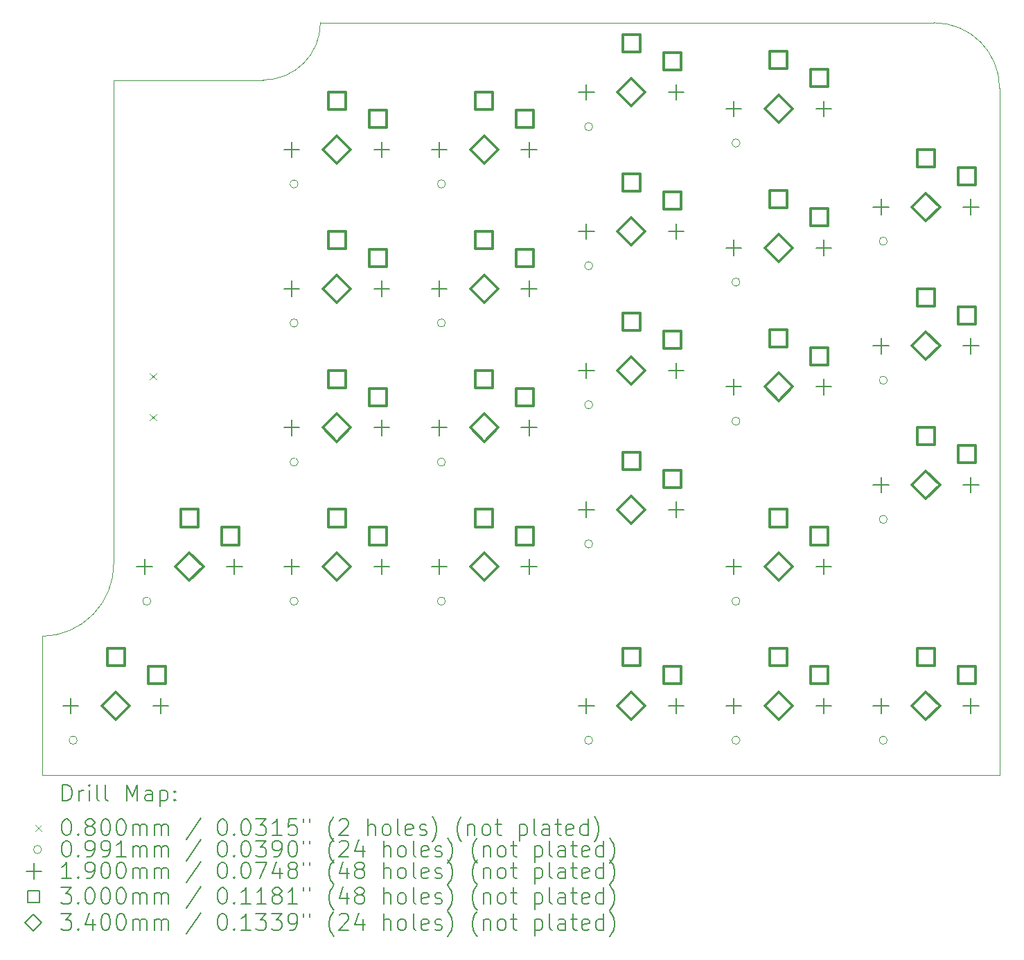
<source format=gbr>
%FSLAX45Y45*%
G04 Gerber Fmt 4.5, Leading zero omitted, Abs format (unit mm)*
G04 Created by KiCad (PCBNEW (5.99.0-12766-g4a3658027e)) date 2021-12-04 14:11:50*
%MOMM*%
%LPD*%
G01*
G04 APERTURE LIST*
%TA.AperFunction,Profile*%
%ADD10C,0.050000*%
%TD*%
%ADD11C,0.200000*%
%ADD12C,0.080000*%
%ADD13C,0.099060*%
%ADD14C,0.190000*%
%ADD15C,0.300000*%
%ADD16C,0.340000*%
G04 APERTURE END LIST*
D10*
X15800000Y-9275000D02*
G75*
G03*
X16675000Y-8375000I-12500J887500D01*
G01*
X19200000Y-1775000D02*
G75*
G02*
X18500000Y-2475000I-700000J0D01*
G01*
X15800000Y-10975000D02*
X15800000Y-9275000D01*
X27500000Y-10975000D02*
X27500000Y-2575000D01*
X16675000Y-2475000D02*
X16675000Y-8375000D01*
X22100000Y-1775000D02*
X19200000Y-1775000D01*
X26700000Y-1775000D02*
X22100000Y-1775000D01*
X27500000Y-10975000D02*
X15800000Y-10975000D01*
X26700000Y-1775000D02*
G75*
G02*
X27500000Y-2575000I0J-800000D01*
G01*
X18500000Y-2475000D02*
X16675000Y-2475000D01*
D11*
D12*
X17115000Y-6060000D02*
X17195000Y-6140000D01*
X17195000Y-6060000D02*
X17115000Y-6140000D01*
X17115000Y-6560000D02*
X17195000Y-6640000D01*
X17195000Y-6560000D02*
X17115000Y-6640000D01*
D13*
X16227530Y-10545000D02*
G75*
G03*
X16227530Y-10545000I-49530J0D01*
G01*
X17127530Y-8845000D02*
G75*
G03*
X17127530Y-8845000I-49530J0D01*
G01*
X18927530Y-3745000D02*
G75*
G03*
X18927530Y-3745000I-49530J0D01*
G01*
X18927530Y-5445000D02*
G75*
G03*
X18927530Y-5445000I-49530J0D01*
G01*
X18927530Y-7145000D02*
G75*
G03*
X18927530Y-7145000I-49530J0D01*
G01*
X18927530Y-8845000D02*
G75*
G03*
X18927530Y-8845000I-49530J0D01*
G01*
X20727530Y-3745000D02*
G75*
G03*
X20727530Y-3745000I-49530J0D01*
G01*
X20727530Y-5445000D02*
G75*
G03*
X20727530Y-5445000I-49530J0D01*
G01*
X20727530Y-7145000D02*
G75*
G03*
X20727530Y-7145000I-49530J0D01*
G01*
X20727530Y-8845000D02*
G75*
G03*
X20727530Y-8845000I-49530J0D01*
G01*
X22527530Y-3045000D02*
G75*
G03*
X22527530Y-3045000I-49530J0D01*
G01*
X22527530Y-4745000D02*
G75*
G03*
X22527530Y-4745000I-49530J0D01*
G01*
X22527530Y-6445000D02*
G75*
G03*
X22527530Y-6445000I-49530J0D01*
G01*
X22527530Y-8145000D02*
G75*
G03*
X22527530Y-8145000I-49530J0D01*
G01*
X22527530Y-10545000D02*
G75*
G03*
X22527530Y-10545000I-49530J0D01*
G01*
X24327530Y-3245000D02*
G75*
G03*
X24327530Y-3245000I-49530J0D01*
G01*
X24327530Y-4945000D02*
G75*
G03*
X24327530Y-4945000I-49530J0D01*
G01*
X24327530Y-6645000D02*
G75*
G03*
X24327530Y-6645000I-49530J0D01*
G01*
X24327530Y-8845000D02*
G75*
G03*
X24327530Y-8845000I-49530J0D01*
G01*
X24327530Y-10545000D02*
G75*
G03*
X24327530Y-10545000I-49530J0D01*
G01*
X26127530Y-4445000D02*
G75*
G03*
X26127530Y-4445000I-49530J0D01*
G01*
X26127530Y-6145000D02*
G75*
G03*
X26127530Y-6145000I-49530J0D01*
G01*
X26127530Y-7845000D02*
G75*
G03*
X26127530Y-7845000I-49530J0D01*
G01*
X26127530Y-10545000D02*
G75*
G03*
X26127530Y-10545000I-49530J0D01*
G01*
D14*
X16150000Y-10030000D02*
X16150000Y-10220000D01*
X16055000Y-10125000D02*
X16245000Y-10125000D01*
X17050000Y-8330000D02*
X17050000Y-8520000D01*
X16955000Y-8425000D02*
X17145000Y-8425000D01*
X17250000Y-10030000D02*
X17250000Y-10220000D01*
X17155000Y-10125000D02*
X17345000Y-10125000D01*
X18150000Y-8330000D02*
X18150000Y-8520000D01*
X18055000Y-8425000D02*
X18245000Y-8425000D01*
X18850000Y-3230000D02*
X18850000Y-3420000D01*
X18755000Y-3325000D02*
X18945000Y-3325000D01*
X18850000Y-4930000D02*
X18850000Y-5120000D01*
X18755000Y-5025000D02*
X18945000Y-5025000D01*
X18850000Y-6630000D02*
X18850000Y-6820000D01*
X18755000Y-6725000D02*
X18945000Y-6725000D01*
X18850000Y-8330000D02*
X18850000Y-8520000D01*
X18755000Y-8425000D02*
X18945000Y-8425000D01*
X19950000Y-3230000D02*
X19950000Y-3420000D01*
X19855000Y-3325000D02*
X20045000Y-3325000D01*
X19950000Y-4930000D02*
X19950000Y-5120000D01*
X19855000Y-5025000D02*
X20045000Y-5025000D01*
X19950000Y-6630000D02*
X19950000Y-6820000D01*
X19855000Y-6725000D02*
X20045000Y-6725000D01*
X19950000Y-8330000D02*
X19950000Y-8520000D01*
X19855000Y-8425000D02*
X20045000Y-8425000D01*
X20650000Y-3230000D02*
X20650000Y-3420000D01*
X20555000Y-3325000D02*
X20745000Y-3325000D01*
X20650000Y-4930000D02*
X20650000Y-5120000D01*
X20555000Y-5025000D02*
X20745000Y-5025000D01*
X20650000Y-6630000D02*
X20650000Y-6820000D01*
X20555000Y-6725000D02*
X20745000Y-6725000D01*
X20650000Y-8330000D02*
X20650000Y-8520000D01*
X20555000Y-8425000D02*
X20745000Y-8425000D01*
X21750000Y-3230000D02*
X21750000Y-3420000D01*
X21655000Y-3325000D02*
X21845000Y-3325000D01*
X21750000Y-4930000D02*
X21750000Y-5120000D01*
X21655000Y-5025000D02*
X21845000Y-5025000D01*
X21750000Y-6630000D02*
X21750000Y-6820000D01*
X21655000Y-6725000D02*
X21845000Y-6725000D01*
X21750000Y-8330000D02*
X21750000Y-8520000D01*
X21655000Y-8425000D02*
X21845000Y-8425000D01*
X22450000Y-2530000D02*
X22450000Y-2720000D01*
X22355000Y-2625000D02*
X22545000Y-2625000D01*
X22450000Y-4230000D02*
X22450000Y-4420000D01*
X22355000Y-4325000D02*
X22545000Y-4325000D01*
X22450000Y-5930000D02*
X22450000Y-6120000D01*
X22355000Y-6025000D02*
X22545000Y-6025000D01*
X22450000Y-7630000D02*
X22450000Y-7820000D01*
X22355000Y-7725000D02*
X22545000Y-7725000D01*
X22450000Y-10030000D02*
X22450000Y-10220000D01*
X22355000Y-10125000D02*
X22545000Y-10125000D01*
X23550000Y-2530000D02*
X23550000Y-2720000D01*
X23455000Y-2625000D02*
X23645000Y-2625000D01*
X23550000Y-4230000D02*
X23550000Y-4420000D01*
X23455000Y-4325000D02*
X23645000Y-4325000D01*
X23550000Y-5930000D02*
X23550000Y-6120000D01*
X23455000Y-6025000D02*
X23645000Y-6025000D01*
X23550000Y-7630000D02*
X23550000Y-7820000D01*
X23455000Y-7725000D02*
X23645000Y-7725000D01*
X23550000Y-10030000D02*
X23550000Y-10220000D01*
X23455000Y-10125000D02*
X23645000Y-10125000D01*
X24250000Y-2730000D02*
X24250000Y-2920000D01*
X24155000Y-2825000D02*
X24345000Y-2825000D01*
X24250000Y-4430000D02*
X24250000Y-4620000D01*
X24155000Y-4525000D02*
X24345000Y-4525000D01*
X24250000Y-6130000D02*
X24250000Y-6320000D01*
X24155000Y-6225000D02*
X24345000Y-6225000D01*
X24250000Y-8330000D02*
X24250000Y-8520000D01*
X24155000Y-8425000D02*
X24345000Y-8425000D01*
X24250000Y-10030000D02*
X24250000Y-10220000D01*
X24155000Y-10125000D02*
X24345000Y-10125000D01*
X25350000Y-2730000D02*
X25350000Y-2920000D01*
X25255000Y-2825000D02*
X25445000Y-2825000D01*
X25350000Y-4430000D02*
X25350000Y-4620000D01*
X25255000Y-4525000D02*
X25445000Y-4525000D01*
X25350000Y-6130000D02*
X25350000Y-6320000D01*
X25255000Y-6225000D02*
X25445000Y-6225000D01*
X25350000Y-8330000D02*
X25350000Y-8520000D01*
X25255000Y-8425000D02*
X25445000Y-8425000D01*
X25350000Y-10030000D02*
X25350000Y-10220000D01*
X25255000Y-10125000D02*
X25445000Y-10125000D01*
X26050000Y-3930000D02*
X26050000Y-4120000D01*
X25955000Y-4025000D02*
X26145000Y-4025000D01*
X26050000Y-5630000D02*
X26050000Y-5820000D01*
X25955000Y-5725000D02*
X26145000Y-5725000D01*
X26050000Y-7330000D02*
X26050000Y-7520000D01*
X25955000Y-7425000D02*
X26145000Y-7425000D01*
X26050000Y-10030000D02*
X26050000Y-10220000D01*
X25955000Y-10125000D02*
X26145000Y-10125000D01*
X27150000Y-3930000D02*
X27150000Y-4120000D01*
X27055000Y-4025000D02*
X27245000Y-4025000D01*
X27150000Y-5630000D02*
X27150000Y-5820000D01*
X27055000Y-5725000D02*
X27245000Y-5725000D01*
X27150000Y-7330000D02*
X27150000Y-7520000D01*
X27055000Y-7425000D02*
X27245000Y-7425000D01*
X27150000Y-10030000D02*
X27150000Y-10220000D01*
X27055000Y-10125000D02*
X27245000Y-10125000D01*
D15*
X16806067Y-9636067D02*
X16806067Y-9423933D01*
X16593933Y-9423933D01*
X16593933Y-9636067D01*
X16806067Y-9636067D01*
X17306067Y-9856067D02*
X17306067Y-9643933D01*
X17093933Y-9643933D01*
X17093933Y-9856067D01*
X17306067Y-9856067D01*
X17706067Y-7936067D02*
X17706067Y-7723933D01*
X17493933Y-7723933D01*
X17493933Y-7936067D01*
X17706067Y-7936067D01*
X18206067Y-8156067D02*
X18206067Y-7943933D01*
X17993933Y-7943933D01*
X17993933Y-8156067D01*
X18206067Y-8156067D01*
X19506067Y-2836067D02*
X19506067Y-2623933D01*
X19293933Y-2623933D01*
X19293933Y-2836067D01*
X19506067Y-2836067D01*
X19506067Y-4536067D02*
X19506067Y-4323933D01*
X19293933Y-4323933D01*
X19293933Y-4536067D01*
X19506067Y-4536067D01*
X19506067Y-6236067D02*
X19506067Y-6023933D01*
X19293933Y-6023933D01*
X19293933Y-6236067D01*
X19506067Y-6236067D01*
X19506067Y-7936067D02*
X19506067Y-7723933D01*
X19293933Y-7723933D01*
X19293933Y-7936067D01*
X19506067Y-7936067D01*
X20006067Y-3056067D02*
X20006067Y-2843933D01*
X19793933Y-2843933D01*
X19793933Y-3056067D01*
X20006067Y-3056067D01*
X20006067Y-4756067D02*
X20006067Y-4543933D01*
X19793933Y-4543933D01*
X19793933Y-4756067D01*
X20006067Y-4756067D01*
X20006067Y-6456067D02*
X20006067Y-6243933D01*
X19793933Y-6243933D01*
X19793933Y-6456067D01*
X20006067Y-6456067D01*
X20006067Y-8156067D02*
X20006067Y-7943933D01*
X19793933Y-7943933D01*
X19793933Y-8156067D01*
X20006067Y-8156067D01*
X21306067Y-2836067D02*
X21306067Y-2623933D01*
X21093933Y-2623933D01*
X21093933Y-2836067D01*
X21306067Y-2836067D01*
X21306067Y-4536067D02*
X21306067Y-4323933D01*
X21093933Y-4323933D01*
X21093933Y-4536067D01*
X21306067Y-4536067D01*
X21306067Y-6236067D02*
X21306067Y-6023933D01*
X21093933Y-6023933D01*
X21093933Y-6236067D01*
X21306067Y-6236067D01*
X21306067Y-7936067D02*
X21306067Y-7723933D01*
X21093933Y-7723933D01*
X21093933Y-7936067D01*
X21306067Y-7936067D01*
X21806067Y-3056067D02*
X21806067Y-2843933D01*
X21593933Y-2843933D01*
X21593933Y-3056067D01*
X21806067Y-3056067D01*
X21806067Y-4756067D02*
X21806067Y-4543933D01*
X21593933Y-4543933D01*
X21593933Y-4756067D01*
X21806067Y-4756067D01*
X21806067Y-6456067D02*
X21806067Y-6243933D01*
X21593933Y-6243933D01*
X21593933Y-6456067D01*
X21806067Y-6456067D01*
X21806067Y-8156067D02*
X21806067Y-7943933D01*
X21593933Y-7943933D01*
X21593933Y-8156067D01*
X21806067Y-8156067D01*
X23106067Y-2136067D02*
X23106067Y-1923933D01*
X22893933Y-1923933D01*
X22893933Y-2136067D01*
X23106067Y-2136067D01*
X23106067Y-3836067D02*
X23106067Y-3623933D01*
X22893933Y-3623933D01*
X22893933Y-3836067D01*
X23106067Y-3836067D01*
X23106067Y-5536067D02*
X23106067Y-5323933D01*
X22893933Y-5323933D01*
X22893933Y-5536067D01*
X23106067Y-5536067D01*
X23106067Y-7236067D02*
X23106067Y-7023933D01*
X22893933Y-7023933D01*
X22893933Y-7236067D01*
X23106067Y-7236067D01*
X23106067Y-9636067D02*
X23106067Y-9423933D01*
X22893933Y-9423933D01*
X22893933Y-9636067D01*
X23106067Y-9636067D01*
X23606067Y-2356067D02*
X23606067Y-2143933D01*
X23393933Y-2143933D01*
X23393933Y-2356067D01*
X23606067Y-2356067D01*
X23606067Y-4056067D02*
X23606067Y-3843933D01*
X23393933Y-3843933D01*
X23393933Y-4056067D01*
X23606067Y-4056067D01*
X23606067Y-5756067D02*
X23606067Y-5543933D01*
X23393933Y-5543933D01*
X23393933Y-5756067D01*
X23606067Y-5756067D01*
X23606067Y-7456067D02*
X23606067Y-7243933D01*
X23393933Y-7243933D01*
X23393933Y-7456067D01*
X23606067Y-7456067D01*
X23606067Y-9856067D02*
X23606067Y-9643933D01*
X23393933Y-9643933D01*
X23393933Y-9856067D01*
X23606067Y-9856067D01*
X24906067Y-2336067D02*
X24906067Y-2123933D01*
X24693933Y-2123933D01*
X24693933Y-2336067D01*
X24906067Y-2336067D01*
X24906067Y-4036067D02*
X24906067Y-3823933D01*
X24693933Y-3823933D01*
X24693933Y-4036067D01*
X24906067Y-4036067D01*
X24906067Y-5736067D02*
X24906067Y-5523933D01*
X24693933Y-5523933D01*
X24693933Y-5736067D01*
X24906067Y-5736067D01*
X24906067Y-7936067D02*
X24906067Y-7723933D01*
X24693933Y-7723933D01*
X24693933Y-7936067D01*
X24906067Y-7936067D01*
X24906067Y-9636067D02*
X24906067Y-9423933D01*
X24693933Y-9423933D01*
X24693933Y-9636067D01*
X24906067Y-9636067D01*
X25406067Y-2556067D02*
X25406067Y-2343933D01*
X25193933Y-2343933D01*
X25193933Y-2556067D01*
X25406067Y-2556067D01*
X25406067Y-4256067D02*
X25406067Y-4043933D01*
X25193933Y-4043933D01*
X25193933Y-4256067D01*
X25406067Y-4256067D01*
X25406067Y-5956067D02*
X25406067Y-5743933D01*
X25193933Y-5743933D01*
X25193933Y-5956067D01*
X25406067Y-5956067D01*
X25406067Y-8156067D02*
X25406067Y-7943933D01*
X25193933Y-7943933D01*
X25193933Y-8156067D01*
X25406067Y-8156067D01*
X25406067Y-9856067D02*
X25406067Y-9643933D01*
X25193933Y-9643933D01*
X25193933Y-9856067D01*
X25406067Y-9856067D01*
X26706067Y-3536067D02*
X26706067Y-3323933D01*
X26493933Y-3323933D01*
X26493933Y-3536067D01*
X26706067Y-3536067D01*
X26706067Y-5236067D02*
X26706067Y-5023933D01*
X26493933Y-5023933D01*
X26493933Y-5236067D01*
X26706067Y-5236067D01*
X26706067Y-6936067D02*
X26706067Y-6723933D01*
X26493933Y-6723933D01*
X26493933Y-6936067D01*
X26706067Y-6936067D01*
X26706067Y-9636067D02*
X26706067Y-9423933D01*
X26493933Y-9423933D01*
X26493933Y-9636067D01*
X26706067Y-9636067D01*
X27206067Y-3756067D02*
X27206067Y-3543933D01*
X26993933Y-3543933D01*
X26993933Y-3756067D01*
X27206067Y-3756067D01*
X27206067Y-5456067D02*
X27206067Y-5243933D01*
X26993933Y-5243933D01*
X26993933Y-5456067D01*
X27206067Y-5456067D01*
X27206067Y-7156067D02*
X27206067Y-6943933D01*
X26993933Y-6943933D01*
X26993933Y-7156067D01*
X27206067Y-7156067D01*
X27206067Y-9856067D02*
X27206067Y-9643933D01*
X26993933Y-9643933D01*
X26993933Y-9856067D01*
X27206067Y-9856067D01*
D16*
X16700000Y-10295000D02*
X16870000Y-10125000D01*
X16700000Y-9955000D01*
X16530000Y-10125000D01*
X16700000Y-10295000D01*
X17600000Y-8595000D02*
X17770000Y-8425000D01*
X17600000Y-8255000D01*
X17430000Y-8425000D01*
X17600000Y-8595000D01*
X19400000Y-3495000D02*
X19570000Y-3325000D01*
X19400000Y-3155000D01*
X19230000Y-3325000D01*
X19400000Y-3495000D01*
X19400000Y-5195000D02*
X19570000Y-5025000D01*
X19400000Y-4855000D01*
X19230000Y-5025000D01*
X19400000Y-5195000D01*
X19400000Y-6895000D02*
X19570000Y-6725000D01*
X19400000Y-6555000D01*
X19230000Y-6725000D01*
X19400000Y-6895000D01*
X19400000Y-8595000D02*
X19570000Y-8425000D01*
X19400000Y-8255000D01*
X19230000Y-8425000D01*
X19400000Y-8595000D01*
X21200000Y-3495000D02*
X21370000Y-3325000D01*
X21200000Y-3155000D01*
X21030000Y-3325000D01*
X21200000Y-3495000D01*
X21200000Y-5195000D02*
X21370000Y-5025000D01*
X21200000Y-4855000D01*
X21030000Y-5025000D01*
X21200000Y-5195000D01*
X21200000Y-6895000D02*
X21370000Y-6725000D01*
X21200000Y-6555000D01*
X21030000Y-6725000D01*
X21200000Y-6895000D01*
X21200000Y-8595000D02*
X21370000Y-8425000D01*
X21200000Y-8255000D01*
X21030000Y-8425000D01*
X21200000Y-8595000D01*
X23000000Y-2795000D02*
X23170000Y-2625000D01*
X23000000Y-2455000D01*
X22830000Y-2625000D01*
X23000000Y-2795000D01*
X23000000Y-4495000D02*
X23170000Y-4325000D01*
X23000000Y-4155000D01*
X22830000Y-4325000D01*
X23000000Y-4495000D01*
X23000000Y-6195000D02*
X23170000Y-6025000D01*
X23000000Y-5855000D01*
X22830000Y-6025000D01*
X23000000Y-6195000D01*
X23000000Y-7895000D02*
X23170000Y-7725000D01*
X23000000Y-7555000D01*
X22830000Y-7725000D01*
X23000000Y-7895000D01*
X23000000Y-10295000D02*
X23170000Y-10125000D01*
X23000000Y-9955000D01*
X22830000Y-10125000D01*
X23000000Y-10295000D01*
X24800000Y-2995000D02*
X24970000Y-2825000D01*
X24800000Y-2655000D01*
X24630000Y-2825000D01*
X24800000Y-2995000D01*
X24800000Y-4695000D02*
X24970000Y-4525000D01*
X24800000Y-4355000D01*
X24630000Y-4525000D01*
X24800000Y-4695000D01*
X24800000Y-6395000D02*
X24970000Y-6225000D01*
X24800000Y-6055000D01*
X24630000Y-6225000D01*
X24800000Y-6395000D01*
X24800000Y-8595000D02*
X24970000Y-8425000D01*
X24800000Y-8255000D01*
X24630000Y-8425000D01*
X24800000Y-8595000D01*
X24800000Y-10295000D02*
X24970000Y-10125000D01*
X24800000Y-9955000D01*
X24630000Y-10125000D01*
X24800000Y-10295000D01*
X26600000Y-4195000D02*
X26770000Y-4025000D01*
X26600000Y-3855000D01*
X26430000Y-4025000D01*
X26600000Y-4195000D01*
X26600000Y-5895000D02*
X26770000Y-5725000D01*
X26600000Y-5555000D01*
X26430000Y-5725000D01*
X26600000Y-5895000D01*
X26600000Y-7595000D02*
X26770000Y-7425000D01*
X26600000Y-7255000D01*
X26430000Y-7425000D01*
X26600000Y-7595000D01*
X26600000Y-10295000D02*
X26770000Y-10125000D01*
X26600000Y-9955000D01*
X26430000Y-10125000D01*
X26600000Y-10295000D01*
D11*
X16050119Y-11287976D02*
X16050119Y-11087976D01*
X16097738Y-11087976D01*
X16126309Y-11097500D01*
X16145357Y-11116548D01*
X16154881Y-11135595D01*
X16164405Y-11173690D01*
X16164405Y-11202262D01*
X16154881Y-11240357D01*
X16145357Y-11259405D01*
X16126309Y-11278452D01*
X16097738Y-11287976D01*
X16050119Y-11287976D01*
X16250119Y-11287976D02*
X16250119Y-11154643D01*
X16250119Y-11192738D02*
X16259643Y-11173690D01*
X16269167Y-11164167D01*
X16288214Y-11154643D01*
X16307262Y-11154643D01*
X16373928Y-11287976D02*
X16373928Y-11154643D01*
X16373928Y-11087976D02*
X16364405Y-11097500D01*
X16373928Y-11107024D01*
X16383452Y-11097500D01*
X16373928Y-11087976D01*
X16373928Y-11107024D01*
X16497738Y-11287976D02*
X16478690Y-11278452D01*
X16469167Y-11259405D01*
X16469167Y-11087976D01*
X16602500Y-11287976D02*
X16583452Y-11278452D01*
X16573928Y-11259405D01*
X16573928Y-11087976D01*
X16831071Y-11287976D02*
X16831071Y-11087976D01*
X16897738Y-11230833D01*
X16964405Y-11087976D01*
X16964405Y-11287976D01*
X17145357Y-11287976D02*
X17145357Y-11183214D01*
X17135833Y-11164167D01*
X17116786Y-11154643D01*
X17078690Y-11154643D01*
X17059643Y-11164167D01*
X17145357Y-11278452D02*
X17126310Y-11287976D01*
X17078690Y-11287976D01*
X17059643Y-11278452D01*
X17050119Y-11259405D01*
X17050119Y-11240357D01*
X17059643Y-11221309D01*
X17078690Y-11211786D01*
X17126310Y-11211786D01*
X17145357Y-11202262D01*
X17240595Y-11154643D02*
X17240595Y-11354643D01*
X17240595Y-11164167D02*
X17259643Y-11154643D01*
X17297738Y-11154643D01*
X17316786Y-11164167D01*
X17326310Y-11173690D01*
X17335833Y-11192738D01*
X17335833Y-11249881D01*
X17326310Y-11268928D01*
X17316786Y-11278452D01*
X17297738Y-11287976D01*
X17259643Y-11287976D01*
X17240595Y-11278452D01*
X17421548Y-11268928D02*
X17431071Y-11278452D01*
X17421548Y-11287976D01*
X17412024Y-11278452D01*
X17421548Y-11268928D01*
X17421548Y-11287976D01*
X17421548Y-11164167D02*
X17431071Y-11173690D01*
X17421548Y-11183214D01*
X17412024Y-11173690D01*
X17421548Y-11164167D01*
X17421548Y-11183214D01*
D12*
X15712500Y-11577500D02*
X15792500Y-11657500D01*
X15792500Y-11577500D02*
X15712500Y-11657500D01*
D11*
X16088214Y-11507976D02*
X16107262Y-11507976D01*
X16126309Y-11517500D01*
X16135833Y-11527024D01*
X16145357Y-11546071D01*
X16154881Y-11584167D01*
X16154881Y-11631786D01*
X16145357Y-11669881D01*
X16135833Y-11688928D01*
X16126309Y-11698452D01*
X16107262Y-11707976D01*
X16088214Y-11707976D01*
X16069167Y-11698452D01*
X16059643Y-11688928D01*
X16050119Y-11669881D01*
X16040595Y-11631786D01*
X16040595Y-11584167D01*
X16050119Y-11546071D01*
X16059643Y-11527024D01*
X16069167Y-11517500D01*
X16088214Y-11507976D01*
X16240595Y-11688928D02*
X16250119Y-11698452D01*
X16240595Y-11707976D01*
X16231071Y-11698452D01*
X16240595Y-11688928D01*
X16240595Y-11707976D01*
X16364405Y-11593690D02*
X16345357Y-11584167D01*
X16335833Y-11574643D01*
X16326309Y-11555595D01*
X16326309Y-11546071D01*
X16335833Y-11527024D01*
X16345357Y-11517500D01*
X16364405Y-11507976D01*
X16402500Y-11507976D01*
X16421548Y-11517500D01*
X16431071Y-11527024D01*
X16440595Y-11546071D01*
X16440595Y-11555595D01*
X16431071Y-11574643D01*
X16421548Y-11584167D01*
X16402500Y-11593690D01*
X16364405Y-11593690D01*
X16345357Y-11603214D01*
X16335833Y-11612738D01*
X16326309Y-11631786D01*
X16326309Y-11669881D01*
X16335833Y-11688928D01*
X16345357Y-11698452D01*
X16364405Y-11707976D01*
X16402500Y-11707976D01*
X16421548Y-11698452D01*
X16431071Y-11688928D01*
X16440595Y-11669881D01*
X16440595Y-11631786D01*
X16431071Y-11612738D01*
X16421548Y-11603214D01*
X16402500Y-11593690D01*
X16564405Y-11507976D02*
X16583452Y-11507976D01*
X16602500Y-11517500D01*
X16612024Y-11527024D01*
X16621548Y-11546071D01*
X16631071Y-11584167D01*
X16631071Y-11631786D01*
X16621548Y-11669881D01*
X16612024Y-11688928D01*
X16602500Y-11698452D01*
X16583452Y-11707976D01*
X16564405Y-11707976D01*
X16545357Y-11698452D01*
X16535833Y-11688928D01*
X16526309Y-11669881D01*
X16516786Y-11631786D01*
X16516786Y-11584167D01*
X16526309Y-11546071D01*
X16535833Y-11527024D01*
X16545357Y-11517500D01*
X16564405Y-11507976D01*
X16754881Y-11507976D02*
X16773928Y-11507976D01*
X16792976Y-11517500D01*
X16802500Y-11527024D01*
X16812024Y-11546071D01*
X16821548Y-11584167D01*
X16821548Y-11631786D01*
X16812024Y-11669881D01*
X16802500Y-11688928D01*
X16792976Y-11698452D01*
X16773928Y-11707976D01*
X16754881Y-11707976D01*
X16735833Y-11698452D01*
X16726309Y-11688928D01*
X16716786Y-11669881D01*
X16707262Y-11631786D01*
X16707262Y-11584167D01*
X16716786Y-11546071D01*
X16726309Y-11527024D01*
X16735833Y-11517500D01*
X16754881Y-11507976D01*
X16907262Y-11707976D02*
X16907262Y-11574643D01*
X16907262Y-11593690D02*
X16916786Y-11584167D01*
X16935833Y-11574643D01*
X16964405Y-11574643D01*
X16983452Y-11584167D01*
X16992976Y-11603214D01*
X16992976Y-11707976D01*
X16992976Y-11603214D02*
X17002500Y-11584167D01*
X17021548Y-11574643D01*
X17050119Y-11574643D01*
X17069167Y-11584167D01*
X17078690Y-11603214D01*
X17078690Y-11707976D01*
X17173929Y-11707976D02*
X17173929Y-11574643D01*
X17173929Y-11593690D02*
X17183452Y-11584167D01*
X17202500Y-11574643D01*
X17231071Y-11574643D01*
X17250119Y-11584167D01*
X17259643Y-11603214D01*
X17259643Y-11707976D01*
X17259643Y-11603214D02*
X17269167Y-11584167D01*
X17288214Y-11574643D01*
X17316786Y-11574643D01*
X17335833Y-11584167D01*
X17345357Y-11603214D01*
X17345357Y-11707976D01*
X17735833Y-11498452D02*
X17564405Y-11755595D01*
X17992976Y-11507976D02*
X18012024Y-11507976D01*
X18031071Y-11517500D01*
X18040595Y-11527024D01*
X18050119Y-11546071D01*
X18059643Y-11584167D01*
X18059643Y-11631786D01*
X18050119Y-11669881D01*
X18040595Y-11688928D01*
X18031071Y-11698452D01*
X18012024Y-11707976D01*
X17992976Y-11707976D01*
X17973929Y-11698452D01*
X17964405Y-11688928D01*
X17954881Y-11669881D01*
X17945357Y-11631786D01*
X17945357Y-11584167D01*
X17954881Y-11546071D01*
X17964405Y-11527024D01*
X17973929Y-11517500D01*
X17992976Y-11507976D01*
X18145357Y-11688928D02*
X18154881Y-11698452D01*
X18145357Y-11707976D01*
X18135833Y-11698452D01*
X18145357Y-11688928D01*
X18145357Y-11707976D01*
X18278690Y-11507976D02*
X18297738Y-11507976D01*
X18316786Y-11517500D01*
X18326310Y-11527024D01*
X18335833Y-11546071D01*
X18345357Y-11584167D01*
X18345357Y-11631786D01*
X18335833Y-11669881D01*
X18326310Y-11688928D01*
X18316786Y-11698452D01*
X18297738Y-11707976D01*
X18278690Y-11707976D01*
X18259643Y-11698452D01*
X18250119Y-11688928D01*
X18240595Y-11669881D01*
X18231071Y-11631786D01*
X18231071Y-11584167D01*
X18240595Y-11546071D01*
X18250119Y-11527024D01*
X18259643Y-11517500D01*
X18278690Y-11507976D01*
X18412024Y-11507976D02*
X18535833Y-11507976D01*
X18469167Y-11584167D01*
X18497738Y-11584167D01*
X18516786Y-11593690D01*
X18526310Y-11603214D01*
X18535833Y-11622262D01*
X18535833Y-11669881D01*
X18526310Y-11688928D01*
X18516786Y-11698452D01*
X18497738Y-11707976D01*
X18440595Y-11707976D01*
X18421548Y-11698452D01*
X18412024Y-11688928D01*
X18726310Y-11707976D02*
X18612024Y-11707976D01*
X18669167Y-11707976D02*
X18669167Y-11507976D01*
X18650119Y-11536548D01*
X18631071Y-11555595D01*
X18612024Y-11565119D01*
X18907262Y-11507976D02*
X18812024Y-11507976D01*
X18802500Y-11603214D01*
X18812024Y-11593690D01*
X18831071Y-11584167D01*
X18878690Y-11584167D01*
X18897738Y-11593690D01*
X18907262Y-11603214D01*
X18916786Y-11622262D01*
X18916786Y-11669881D01*
X18907262Y-11688928D01*
X18897738Y-11698452D01*
X18878690Y-11707976D01*
X18831071Y-11707976D01*
X18812024Y-11698452D01*
X18802500Y-11688928D01*
X18992976Y-11507976D02*
X18992976Y-11546071D01*
X19069167Y-11507976D02*
X19069167Y-11546071D01*
X19364405Y-11784167D02*
X19354881Y-11774643D01*
X19335833Y-11746071D01*
X19326310Y-11727024D01*
X19316786Y-11698452D01*
X19307262Y-11650833D01*
X19307262Y-11612738D01*
X19316786Y-11565119D01*
X19326310Y-11536548D01*
X19335833Y-11517500D01*
X19354881Y-11488928D01*
X19364405Y-11479405D01*
X19431071Y-11527024D02*
X19440595Y-11517500D01*
X19459643Y-11507976D01*
X19507262Y-11507976D01*
X19526310Y-11517500D01*
X19535833Y-11527024D01*
X19545357Y-11546071D01*
X19545357Y-11565119D01*
X19535833Y-11593690D01*
X19421548Y-11707976D01*
X19545357Y-11707976D01*
X19783452Y-11707976D02*
X19783452Y-11507976D01*
X19869167Y-11707976D02*
X19869167Y-11603214D01*
X19859643Y-11584167D01*
X19840595Y-11574643D01*
X19812024Y-11574643D01*
X19792976Y-11584167D01*
X19783452Y-11593690D01*
X19992976Y-11707976D02*
X19973929Y-11698452D01*
X19964405Y-11688928D01*
X19954881Y-11669881D01*
X19954881Y-11612738D01*
X19964405Y-11593690D01*
X19973929Y-11584167D01*
X19992976Y-11574643D01*
X20021548Y-11574643D01*
X20040595Y-11584167D01*
X20050119Y-11593690D01*
X20059643Y-11612738D01*
X20059643Y-11669881D01*
X20050119Y-11688928D01*
X20040595Y-11698452D01*
X20021548Y-11707976D01*
X19992976Y-11707976D01*
X20173929Y-11707976D02*
X20154881Y-11698452D01*
X20145357Y-11679405D01*
X20145357Y-11507976D01*
X20326310Y-11698452D02*
X20307262Y-11707976D01*
X20269167Y-11707976D01*
X20250119Y-11698452D01*
X20240595Y-11679405D01*
X20240595Y-11603214D01*
X20250119Y-11584167D01*
X20269167Y-11574643D01*
X20307262Y-11574643D01*
X20326310Y-11584167D01*
X20335833Y-11603214D01*
X20335833Y-11622262D01*
X20240595Y-11641309D01*
X20412024Y-11698452D02*
X20431071Y-11707976D01*
X20469167Y-11707976D01*
X20488214Y-11698452D01*
X20497738Y-11679405D01*
X20497738Y-11669881D01*
X20488214Y-11650833D01*
X20469167Y-11641309D01*
X20440595Y-11641309D01*
X20421548Y-11631786D01*
X20412024Y-11612738D01*
X20412024Y-11603214D01*
X20421548Y-11584167D01*
X20440595Y-11574643D01*
X20469167Y-11574643D01*
X20488214Y-11584167D01*
X20564405Y-11784167D02*
X20573929Y-11774643D01*
X20592976Y-11746071D01*
X20602500Y-11727024D01*
X20612024Y-11698452D01*
X20621548Y-11650833D01*
X20621548Y-11612738D01*
X20612024Y-11565119D01*
X20602500Y-11536548D01*
X20592976Y-11517500D01*
X20573929Y-11488928D01*
X20564405Y-11479405D01*
X20926310Y-11784167D02*
X20916786Y-11774643D01*
X20897738Y-11746071D01*
X20888214Y-11727024D01*
X20878690Y-11698452D01*
X20869167Y-11650833D01*
X20869167Y-11612738D01*
X20878690Y-11565119D01*
X20888214Y-11536548D01*
X20897738Y-11517500D01*
X20916786Y-11488928D01*
X20926310Y-11479405D01*
X21002500Y-11574643D02*
X21002500Y-11707976D01*
X21002500Y-11593690D02*
X21012024Y-11584167D01*
X21031071Y-11574643D01*
X21059643Y-11574643D01*
X21078690Y-11584167D01*
X21088214Y-11603214D01*
X21088214Y-11707976D01*
X21212024Y-11707976D02*
X21192976Y-11698452D01*
X21183452Y-11688928D01*
X21173929Y-11669881D01*
X21173929Y-11612738D01*
X21183452Y-11593690D01*
X21192976Y-11584167D01*
X21212024Y-11574643D01*
X21240595Y-11574643D01*
X21259643Y-11584167D01*
X21269167Y-11593690D01*
X21278690Y-11612738D01*
X21278690Y-11669881D01*
X21269167Y-11688928D01*
X21259643Y-11698452D01*
X21240595Y-11707976D01*
X21212024Y-11707976D01*
X21335833Y-11574643D02*
X21412024Y-11574643D01*
X21364405Y-11507976D02*
X21364405Y-11679405D01*
X21373929Y-11698452D01*
X21392976Y-11707976D01*
X21412024Y-11707976D01*
X21631071Y-11574643D02*
X21631071Y-11774643D01*
X21631071Y-11584167D02*
X21650119Y-11574643D01*
X21688214Y-11574643D01*
X21707262Y-11584167D01*
X21716786Y-11593690D01*
X21726310Y-11612738D01*
X21726310Y-11669881D01*
X21716786Y-11688928D01*
X21707262Y-11698452D01*
X21688214Y-11707976D01*
X21650119Y-11707976D01*
X21631071Y-11698452D01*
X21840595Y-11707976D02*
X21821548Y-11698452D01*
X21812024Y-11679405D01*
X21812024Y-11507976D01*
X22002500Y-11707976D02*
X22002500Y-11603214D01*
X21992976Y-11584167D01*
X21973929Y-11574643D01*
X21935833Y-11574643D01*
X21916786Y-11584167D01*
X22002500Y-11698452D02*
X21983452Y-11707976D01*
X21935833Y-11707976D01*
X21916786Y-11698452D01*
X21907262Y-11679405D01*
X21907262Y-11660357D01*
X21916786Y-11641309D01*
X21935833Y-11631786D01*
X21983452Y-11631786D01*
X22002500Y-11622262D01*
X22069167Y-11574643D02*
X22145357Y-11574643D01*
X22097738Y-11507976D02*
X22097738Y-11679405D01*
X22107262Y-11698452D01*
X22126310Y-11707976D01*
X22145357Y-11707976D01*
X22288214Y-11698452D02*
X22269167Y-11707976D01*
X22231071Y-11707976D01*
X22212024Y-11698452D01*
X22202500Y-11679405D01*
X22202500Y-11603214D01*
X22212024Y-11584167D01*
X22231071Y-11574643D01*
X22269167Y-11574643D01*
X22288214Y-11584167D01*
X22297738Y-11603214D01*
X22297738Y-11622262D01*
X22202500Y-11641309D01*
X22469167Y-11707976D02*
X22469167Y-11507976D01*
X22469167Y-11698452D02*
X22450119Y-11707976D01*
X22412024Y-11707976D01*
X22392976Y-11698452D01*
X22383452Y-11688928D01*
X22373928Y-11669881D01*
X22373928Y-11612738D01*
X22383452Y-11593690D01*
X22392976Y-11584167D01*
X22412024Y-11574643D01*
X22450119Y-11574643D01*
X22469167Y-11584167D01*
X22545357Y-11784167D02*
X22554881Y-11774643D01*
X22573928Y-11746071D01*
X22583452Y-11727024D01*
X22592976Y-11698452D01*
X22602500Y-11650833D01*
X22602500Y-11612738D01*
X22592976Y-11565119D01*
X22583452Y-11536548D01*
X22573928Y-11517500D01*
X22554881Y-11488928D01*
X22545357Y-11479405D01*
D13*
X15792500Y-11881500D02*
G75*
G03*
X15792500Y-11881500I-49530J0D01*
G01*
D11*
X16088214Y-11771976D02*
X16107262Y-11771976D01*
X16126309Y-11781500D01*
X16135833Y-11791024D01*
X16145357Y-11810071D01*
X16154881Y-11848167D01*
X16154881Y-11895786D01*
X16145357Y-11933881D01*
X16135833Y-11952928D01*
X16126309Y-11962452D01*
X16107262Y-11971976D01*
X16088214Y-11971976D01*
X16069167Y-11962452D01*
X16059643Y-11952928D01*
X16050119Y-11933881D01*
X16040595Y-11895786D01*
X16040595Y-11848167D01*
X16050119Y-11810071D01*
X16059643Y-11791024D01*
X16069167Y-11781500D01*
X16088214Y-11771976D01*
X16240595Y-11952928D02*
X16250119Y-11962452D01*
X16240595Y-11971976D01*
X16231071Y-11962452D01*
X16240595Y-11952928D01*
X16240595Y-11971976D01*
X16345357Y-11971976D02*
X16383452Y-11971976D01*
X16402500Y-11962452D01*
X16412024Y-11952928D01*
X16431071Y-11924357D01*
X16440595Y-11886262D01*
X16440595Y-11810071D01*
X16431071Y-11791024D01*
X16421548Y-11781500D01*
X16402500Y-11771976D01*
X16364405Y-11771976D01*
X16345357Y-11781500D01*
X16335833Y-11791024D01*
X16326309Y-11810071D01*
X16326309Y-11857690D01*
X16335833Y-11876738D01*
X16345357Y-11886262D01*
X16364405Y-11895786D01*
X16402500Y-11895786D01*
X16421548Y-11886262D01*
X16431071Y-11876738D01*
X16440595Y-11857690D01*
X16535833Y-11971976D02*
X16573928Y-11971976D01*
X16592976Y-11962452D01*
X16602500Y-11952928D01*
X16621548Y-11924357D01*
X16631071Y-11886262D01*
X16631071Y-11810071D01*
X16621548Y-11791024D01*
X16612024Y-11781500D01*
X16592976Y-11771976D01*
X16554881Y-11771976D01*
X16535833Y-11781500D01*
X16526309Y-11791024D01*
X16516786Y-11810071D01*
X16516786Y-11857690D01*
X16526309Y-11876738D01*
X16535833Y-11886262D01*
X16554881Y-11895786D01*
X16592976Y-11895786D01*
X16612024Y-11886262D01*
X16621548Y-11876738D01*
X16631071Y-11857690D01*
X16821548Y-11971976D02*
X16707262Y-11971976D01*
X16764405Y-11971976D02*
X16764405Y-11771976D01*
X16745357Y-11800548D01*
X16726309Y-11819595D01*
X16707262Y-11829119D01*
X16907262Y-11971976D02*
X16907262Y-11838643D01*
X16907262Y-11857690D02*
X16916786Y-11848167D01*
X16935833Y-11838643D01*
X16964405Y-11838643D01*
X16983452Y-11848167D01*
X16992976Y-11867214D01*
X16992976Y-11971976D01*
X16992976Y-11867214D02*
X17002500Y-11848167D01*
X17021548Y-11838643D01*
X17050119Y-11838643D01*
X17069167Y-11848167D01*
X17078690Y-11867214D01*
X17078690Y-11971976D01*
X17173929Y-11971976D02*
X17173929Y-11838643D01*
X17173929Y-11857690D02*
X17183452Y-11848167D01*
X17202500Y-11838643D01*
X17231071Y-11838643D01*
X17250119Y-11848167D01*
X17259643Y-11867214D01*
X17259643Y-11971976D01*
X17259643Y-11867214D02*
X17269167Y-11848167D01*
X17288214Y-11838643D01*
X17316786Y-11838643D01*
X17335833Y-11848167D01*
X17345357Y-11867214D01*
X17345357Y-11971976D01*
X17735833Y-11762452D02*
X17564405Y-12019595D01*
X17992976Y-11771976D02*
X18012024Y-11771976D01*
X18031071Y-11781500D01*
X18040595Y-11791024D01*
X18050119Y-11810071D01*
X18059643Y-11848167D01*
X18059643Y-11895786D01*
X18050119Y-11933881D01*
X18040595Y-11952928D01*
X18031071Y-11962452D01*
X18012024Y-11971976D01*
X17992976Y-11971976D01*
X17973929Y-11962452D01*
X17964405Y-11952928D01*
X17954881Y-11933881D01*
X17945357Y-11895786D01*
X17945357Y-11848167D01*
X17954881Y-11810071D01*
X17964405Y-11791024D01*
X17973929Y-11781500D01*
X17992976Y-11771976D01*
X18145357Y-11952928D02*
X18154881Y-11962452D01*
X18145357Y-11971976D01*
X18135833Y-11962452D01*
X18145357Y-11952928D01*
X18145357Y-11971976D01*
X18278690Y-11771976D02*
X18297738Y-11771976D01*
X18316786Y-11781500D01*
X18326310Y-11791024D01*
X18335833Y-11810071D01*
X18345357Y-11848167D01*
X18345357Y-11895786D01*
X18335833Y-11933881D01*
X18326310Y-11952928D01*
X18316786Y-11962452D01*
X18297738Y-11971976D01*
X18278690Y-11971976D01*
X18259643Y-11962452D01*
X18250119Y-11952928D01*
X18240595Y-11933881D01*
X18231071Y-11895786D01*
X18231071Y-11848167D01*
X18240595Y-11810071D01*
X18250119Y-11791024D01*
X18259643Y-11781500D01*
X18278690Y-11771976D01*
X18412024Y-11771976D02*
X18535833Y-11771976D01*
X18469167Y-11848167D01*
X18497738Y-11848167D01*
X18516786Y-11857690D01*
X18526310Y-11867214D01*
X18535833Y-11886262D01*
X18535833Y-11933881D01*
X18526310Y-11952928D01*
X18516786Y-11962452D01*
X18497738Y-11971976D01*
X18440595Y-11971976D01*
X18421548Y-11962452D01*
X18412024Y-11952928D01*
X18631071Y-11971976D02*
X18669167Y-11971976D01*
X18688214Y-11962452D01*
X18697738Y-11952928D01*
X18716786Y-11924357D01*
X18726310Y-11886262D01*
X18726310Y-11810071D01*
X18716786Y-11791024D01*
X18707262Y-11781500D01*
X18688214Y-11771976D01*
X18650119Y-11771976D01*
X18631071Y-11781500D01*
X18621548Y-11791024D01*
X18612024Y-11810071D01*
X18612024Y-11857690D01*
X18621548Y-11876738D01*
X18631071Y-11886262D01*
X18650119Y-11895786D01*
X18688214Y-11895786D01*
X18707262Y-11886262D01*
X18716786Y-11876738D01*
X18726310Y-11857690D01*
X18850119Y-11771976D02*
X18869167Y-11771976D01*
X18888214Y-11781500D01*
X18897738Y-11791024D01*
X18907262Y-11810071D01*
X18916786Y-11848167D01*
X18916786Y-11895786D01*
X18907262Y-11933881D01*
X18897738Y-11952928D01*
X18888214Y-11962452D01*
X18869167Y-11971976D01*
X18850119Y-11971976D01*
X18831071Y-11962452D01*
X18821548Y-11952928D01*
X18812024Y-11933881D01*
X18802500Y-11895786D01*
X18802500Y-11848167D01*
X18812024Y-11810071D01*
X18821548Y-11791024D01*
X18831071Y-11781500D01*
X18850119Y-11771976D01*
X18992976Y-11771976D02*
X18992976Y-11810071D01*
X19069167Y-11771976D02*
X19069167Y-11810071D01*
X19364405Y-12048167D02*
X19354881Y-12038643D01*
X19335833Y-12010071D01*
X19326310Y-11991024D01*
X19316786Y-11962452D01*
X19307262Y-11914833D01*
X19307262Y-11876738D01*
X19316786Y-11829119D01*
X19326310Y-11800548D01*
X19335833Y-11781500D01*
X19354881Y-11752928D01*
X19364405Y-11743405D01*
X19431071Y-11791024D02*
X19440595Y-11781500D01*
X19459643Y-11771976D01*
X19507262Y-11771976D01*
X19526310Y-11781500D01*
X19535833Y-11791024D01*
X19545357Y-11810071D01*
X19545357Y-11829119D01*
X19535833Y-11857690D01*
X19421548Y-11971976D01*
X19545357Y-11971976D01*
X19716786Y-11838643D02*
X19716786Y-11971976D01*
X19669167Y-11762452D02*
X19621548Y-11905309D01*
X19745357Y-11905309D01*
X19973929Y-11971976D02*
X19973929Y-11771976D01*
X20059643Y-11971976D02*
X20059643Y-11867214D01*
X20050119Y-11848167D01*
X20031071Y-11838643D01*
X20002500Y-11838643D01*
X19983452Y-11848167D01*
X19973929Y-11857690D01*
X20183452Y-11971976D02*
X20164405Y-11962452D01*
X20154881Y-11952928D01*
X20145357Y-11933881D01*
X20145357Y-11876738D01*
X20154881Y-11857690D01*
X20164405Y-11848167D01*
X20183452Y-11838643D01*
X20212024Y-11838643D01*
X20231071Y-11848167D01*
X20240595Y-11857690D01*
X20250119Y-11876738D01*
X20250119Y-11933881D01*
X20240595Y-11952928D01*
X20231071Y-11962452D01*
X20212024Y-11971976D01*
X20183452Y-11971976D01*
X20364405Y-11971976D02*
X20345357Y-11962452D01*
X20335833Y-11943405D01*
X20335833Y-11771976D01*
X20516786Y-11962452D02*
X20497738Y-11971976D01*
X20459643Y-11971976D01*
X20440595Y-11962452D01*
X20431071Y-11943405D01*
X20431071Y-11867214D01*
X20440595Y-11848167D01*
X20459643Y-11838643D01*
X20497738Y-11838643D01*
X20516786Y-11848167D01*
X20526310Y-11867214D01*
X20526310Y-11886262D01*
X20431071Y-11905309D01*
X20602500Y-11962452D02*
X20621548Y-11971976D01*
X20659643Y-11971976D01*
X20678690Y-11962452D01*
X20688214Y-11943405D01*
X20688214Y-11933881D01*
X20678690Y-11914833D01*
X20659643Y-11905309D01*
X20631071Y-11905309D01*
X20612024Y-11895786D01*
X20602500Y-11876738D01*
X20602500Y-11867214D01*
X20612024Y-11848167D01*
X20631071Y-11838643D01*
X20659643Y-11838643D01*
X20678690Y-11848167D01*
X20754881Y-12048167D02*
X20764405Y-12038643D01*
X20783452Y-12010071D01*
X20792976Y-11991024D01*
X20802500Y-11962452D01*
X20812024Y-11914833D01*
X20812024Y-11876738D01*
X20802500Y-11829119D01*
X20792976Y-11800548D01*
X20783452Y-11781500D01*
X20764405Y-11752928D01*
X20754881Y-11743405D01*
X21116786Y-12048167D02*
X21107262Y-12038643D01*
X21088214Y-12010071D01*
X21078690Y-11991024D01*
X21069167Y-11962452D01*
X21059643Y-11914833D01*
X21059643Y-11876738D01*
X21069167Y-11829119D01*
X21078690Y-11800548D01*
X21088214Y-11781500D01*
X21107262Y-11752928D01*
X21116786Y-11743405D01*
X21192976Y-11838643D02*
X21192976Y-11971976D01*
X21192976Y-11857690D02*
X21202500Y-11848167D01*
X21221548Y-11838643D01*
X21250119Y-11838643D01*
X21269167Y-11848167D01*
X21278690Y-11867214D01*
X21278690Y-11971976D01*
X21402500Y-11971976D02*
X21383452Y-11962452D01*
X21373929Y-11952928D01*
X21364405Y-11933881D01*
X21364405Y-11876738D01*
X21373929Y-11857690D01*
X21383452Y-11848167D01*
X21402500Y-11838643D01*
X21431071Y-11838643D01*
X21450119Y-11848167D01*
X21459643Y-11857690D01*
X21469167Y-11876738D01*
X21469167Y-11933881D01*
X21459643Y-11952928D01*
X21450119Y-11962452D01*
X21431071Y-11971976D01*
X21402500Y-11971976D01*
X21526310Y-11838643D02*
X21602500Y-11838643D01*
X21554881Y-11771976D02*
X21554881Y-11943405D01*
X21564405Y-11962452D01*
X21583452Y-11971976D01*
X21602500Y-11971976D01*
X21821548Y-11838643D02*
X21821548Y-12038643D01*
X21821548Y-11848167D02*
X21840595Y-11838643D01*
X21878690Y-11838643D01*
X21897738Y-11848167D01*
X21907262Y-11857690D01*
X21916786Y-11876738D01*
X21916786Y-11933881D01*
X21907262Y-11952928D01*
X21897738Y-11962452D01*
X21878690Y-11971976D01*
X21840595Y-11971976D01*
X21821548Y-11962452D01*
X22031071Y-11971976D02*
X22012024Y-11962452D01*
X22002500Y-11943405D01*
X22002500Y-11771976D01*
X22192976Y-11971976D02*
X22192976Y-11867214D01*
X22183452Y-11848167D01*
X22164405Y-11838643D01*
X22126310Y-11838643D01*
X22107262Y-11848167D01*
X22192976Y-11962452D02*
X22173929Y-11971976D01*
X22126310Y-11971976D01*
X22107262Y-11962452D01*
X22097738Y-11943405D01*
X22097738Y-11924357D01*
X22107262Y-11905309D01*
X22126310Y-11895786D01*
X22173929Y-11895786D01*
X22192976Y-11886262D01*
X22259643Y-11838643D02*
X22335833Y-11838643D01*
X22288214Y-11771976D02*
X22288214Y-11943405D01*
X22297738Y-11962452D01*
X22316786Y-11971976D01*
X22335833Y-11971976D01*
X22478690Y-11962452D02*
X22459643Y-11971976D01*
X22421548Y-11971976D01*
X22402500Y-11962452D01*
X22392976Y-11943405D01*
X22392976Y-11867214D01*
X22402500Y-11848167D01*
X22421548Y-11838643D01*
X22459643Y-11838643D01*
X22478690Y-11848167D01*
X22488214Y-11867214D01*
X22488214Y-11886262D01*
X22392976Y-11905309D01*
X22659643Y-11971976D02*
X22659643Y-11771976D01*
X22659643Y-11962452D02*
X22640595Y-11971976D01*
X22602500Y-11971976D01*
X22583452Y-11962452D01*
X22573928Y-11952928D01*
X22564405Y-11933881D01*
X22564405Y-11876738D01*
X22573928Y-11857690D01*
X22583452Y-11848167D01*
X22602500Y-11838643D01*
X22640595Y-11838643D01*
X22659643Y-11848167D01*
X22735833Y-12048167D02*
X22745357Y-12038643D01*
X22764405Y-12010071D01*
X22773928Y-11991024D01*
X22783452Y-11962452D01*
X22792976Y-11914833D01*
X22792976Y-11876738D01*
X22783452Y-11829119D01*
X22773928Y-11800548D01*
X22764405Y-11781500D01*
X22745357Y-11752928D01*
X22735833Y-11743405D01*
D14*
X15697500Y-12050500D02*
X15697500Y-12240500D01*
X15602500Y-12145500D02*
X15792500Y-12145500D01*
D11*
X16154881Y-12235976D02*
X16040595Y-12235976D01*
X16097738Y-12235976D02*
X16097738Y-12035976D01*
X16078690Y-12064548D01*
X16059643Y-12083595D01*
X16040595Y-12093119D01*
X16240595Y-12216928D02*
X16250119Y-12226452D01*
X16240595Y-12235976D01*
X16231071Y-12226452D01*
X16240595Y-12216928D01*
X16240595Y-12235976D01*
X16345357Y-12235976D02*
X16383452Y-12235976D01*
X16402500Y-12226452D01*
X16412024Y-12216928D01*
X16431071Y-12188357D01*
X16440595Y-12150262D01*
X16440595Y-12074071D01*
X16431071Y-12055024D01*
X16421548Y-12045500D01*
X16402500Y-12035976D01*
X16364405Y-12035976D01*
X16345357Y-12045500D01*
X16335833Y-12055024D01*
X16326309Y-12074071D01*
X16326309Y-12121690D01*
X16335833Y-12140738D01*
X16345357Y-12150262D01*
X16364405Y-12159786D01*
X16402500Y-12159786D01*
X16421548Y-12150262D01*
X16431071Y-12140738D01*
X16440595Y-12121690D01*
X16564405Y-12035976D02*
X16583452Y-12035976D01*
X16602500Y-12045500D01*
X16612024Y-12055024D01*
X16621548Y-12074071D01*
X16631071Y-12112167D01*
X16631071Y-12159786D01*
X16621548Y-12197881D01*
X16612024Y-12216928D01*
X16602500Y-12226452D01*
X16583452Y-12235976D01*
X16564405Y-12235976D01*
X16545357Y-12226452D01*
X16535833Y-12216928D01*
X16526309Y-12197881D01*
X16516786Y-12159786D01*
X16516786Y-12112167D01*
X16526309Y-12074071D01*
X16535833Y-12055024D01*
X16545357Y-12045500D01*
X16564405Y-12035976D01*
X16754881Y-12035976D02*
X16773928Y-12035976D01*
X16792976Y-12045500D01*
X16802500Y-12055024D01*
X16812024Y-12074071D01*
X16821548Y-12112167D01*
X16821548Y-12159786D01*
X16812024Y-12197881D01*
X16802500Y-12216928D01*
X16792976Y-12226452D01*
X16773928Y-12235976D01*
X16754881Y-12235976D01*
X16735833Y-12226452D01*
X16726309Y-12216928D01*
X16716786Y-12197881D01*
X16707262Y-12159786D01*
X16707262Y-12112167D01*
X16716786Y-12074071D01*
X16726309Y-12055024D01*
X16735833Y-12045500D01*
X16754881Y-12035976D01*
X16907262Y-12235976D02*
X16907262Y-12102643D01*
X16907262Y-12121690D02*
X16916786Y-12112167D01*
X16935833Y-12102643D01*
X16964405Y-12102643D01*
X16983452Y-12112167D01*
X16992976Y-12131214D01*
X16992976Y-12235976D01*
X16992976Y-12131214D02*
X17002500Y-12112167D01*
X17021548Y-12102643D01*
X17050119Y-12102643D01*
X17069167Y-12112167D01*
X17078690Y-12131214D01*
X17078690Y-12235976D01*
X17173929Y-12235976D02*
X17173929Y-12102643D01*
X17173929Y-12121690D02*
X17183452Y-12112167D01*
X17202500Y-12102643D01*
X17231071Y-12102643D01*
X17250119Y-12112167D01*
X17259643Y-12131214D01*
X17259643Y-12235976D01*
X17259643Y-12131214D02*
X17269167Y-12112167D01*
X17288214Y-12102643D01*
X17316786Y-12102643D01*
X17335833Y-12112167D01*
X17345357Y-12131214D01*
X17345357Y-12235976D01*
X17735833Y-12026452D02*
X17564405Y-12283595D01*
X17992976Y-12035976D02*
X18012024Y-12035976D01*
X18031071Y-12045500D01*
X18040595Y-12055024D01*
X18050119Y-12074071D01*
X18059643Y-12112167D01*
X18059643Y-12159786D01*
X18050119Y-12197881D01*
X18040595Y-12216928D01*
X18031071Y-12226452D01*
X18012024Y-12235976D01*
X17992976Y-12235976D01*
X17973929Y-12226452D01*
X17964405Y-12216928D01*
X17954881Y-12197881D01*
X17945357Y-12159786D01*
X17945357Y-12112167D01*
X17954881Y-12074071D01*
X17964405Y-12055024D01*
X17973929Y-12045500D01*
X17992976Y-12035976D01*
X18145357Y-12216928D02*
X18154881Y-12226452D01*
X18145357Y-12235976D01*
X18135833Y-12226452D01*
X18145357Y-12216928D01*
X18145357Y-12235976D01*
X18278690Y-12035976D02*
X18297738Y-12035976D01*
X18316786Y-12045500D01*
X18326310Y-12055024D01*
X18335833Y-12074071D01*
X18345357Y-12112167D01*
X18345357Y-12159786D01*
X18335833Y-12197881D01*
X18326310Y-12216928D01*
X18316786Y-12226452D01*
X18297738Y-12235976D01*
X18278690Y-12235976D01*
X18259643Y-12226452D01*
X18250119Y-12216928D01*
X18240595Y-12197881D01*
X18231071Y-12159786D01*
X18231071Y-12112167D01*
X18240595Y-12074071D01*
X18250119Y-12055024D01*
X18259643Y-12045500D01*
X18278690Y-12035976D01*
X18412024Y-12035976D02*
X18545357Y-12035976D01*
X18459643Y-12235976D01*
X18707262Y-12102643D02*
X18707262Y-12235976D01*
X18659643Y-12026452D02*
X18612024Y-12169309D01*
X18735833Y-12169309D01*
X18840595Y-12121690D02*
X18821548Y-12112167D01*
X18812024Y-12102643D01*
X18802500Y-12083595D01*
X18802500Y-12074071D01*
X18812024Y-12055024D01*
X18821548Y-12045500D01*
X18840595Y-12035976D01*
X18878690Y-12035976D01*
X18897738Y-12045500D01*
X18907262Y-12055024D01*
X18916786Y-12074071D01*
X18916786Y-12083595D01*
X18907262Y-12102643D01*
X18897738Y-12112167D01*
X18878690Y-12121690D01*
X18840595Y-12121690D01*
X18821548Y-12131214D01*
X18812024Y-12140738D01*
X18802500Y-12159786D01*
X18802500Y-12197881D01*
X18812024Y-12216928D01*
X18821548Y-12226452D01*
X18840595Y-12235976D01*
X18878690Y-12235976D01*
X18897738Y-12226452D01*
X18907262Y-12216928D01*
X18916786Y-12197881D01*
X18916786Y-12159786D01*
X18907262Y-12140738D01*
X18897738Y-12131214D01*
X18878690Y-12121690D01*
X18992976Y-12035976D02*
X18992976Y-12074071D01*
X19069167Y-12035976D02*
X19069167Y-12074071D01*
X19364405Y-12312167D02*
X19354881Y-12302643D01*
X19335833Y-12274071D01*
X19326310Y-12255024D01*
X19316786Y-12226452D01*
X19307262Y-12178833D01*
X19307262Y-12140738D01*
X19316786Y-12093119D01*
X19326310Y-12064548D01*
X19335833Y-12045500D01*
X19354881Y-12016928D01*
X19364405Y-12007405D01*
X19526310Y-12102643D02*
X19526310Y-12235976D01*
X19478690Y-12026452D02*
X19431071Y-12169309D01*
X19554881Y-12169309D01*
X19659643Y-12121690D02*
X19640595Y-12112167D01*
X19631071Y-12102643D01*
X19621548Y-12083595D01*
X19621548Y-12074071D01*
X19631071Y-12055024D01*
X19640595Y-12045500D01*
X19659643Y-12035976D01*
X19697738Y-12035976D01*
X19716786Y-12045500D01*
X19726310Y-12055024D01*
X19735833Y-12074071D01*
X19735833Y-12083595D01*
X19726310Y-12102643D01*
X19716786Y-12112167D01*
X19697738Y-12121690D01*
X19659643Y-12121690D01*
X19640595Y-12131214D01*
X19631071Y-12140738D01*
X19621548Y-12159786D01*
X19621548Y-12197881D01*
X19631071Y-12216928D01*
X19640595Y-12226452D01*
X19659643Y-12235976D01*
X19697738Y-12235976D01*
X19716786Y-12226452D01*
X19726310Y-12216928D01*
X19735833Y-12197881D01*
X19735833Y-12159786D01*
X19726310Y-12140738D01*
X19716786Y-12131214D01*
X19697738Y-12121690D01*
X19973929Y-12235976D02*
X19973929Y-12035976D01*
X20059643Y-12235976D02*
X20059643Y-12131214D01*
X20050119Y-12112167D01*
X20031071Y-12102643D01*
X20002500Y-12102643D01*
X19983452Y-12112167D01*
X19973929Y-12121690D01*
X20183452Y-12235976D02*
X20164405Y-12226452D01*
X20154881Y-12216928D01*
X20145357Y-12197881D01*
X20145357Y-12140738D01*
X20154881Y-12121690D01*
X20164405Y-12112167D01*
X20183452Y-12102643D01*
X20212024Y-12102643D01*
X20231071Y-12112167D01*
X20240595Y-12121690D01*
X20250119Y-12140738D01*
X20250119Y-12197881D01*
X20240595Y-12216928D01*
X20231071Y-12226452D01*
X20212024Y-12235976D01*
X20183452Y-12235976D01*
X20364405Y-12235976D02*
X20345357Y-12226452D01*
X20335833Y-12207405D01*
X20335833Y-12035976D01*
X20516786Y-12226452D02*
X20497738Y-12235976D01*
X20459643Y-12235976D01*
X20440595Y-12226452D01*
X20431071Y-12207405D01*
X20431071Y-12131214D01*
X20440595Y-12112167D01*
X20459643Y-12102643D01*
X20497738Y-12102643D01*
X20516786Y-12112167D01*
X20526310Y-12131214D01*
X20526310Y-12150262D01*
X20431071Y-12169309D01*
X20602500Y-12226452D02*
X20621548Y-12235976D01*
X20659643Y-12235976D01*
X20678690Y-12226452D01*
X20688214Y-12207405D01*
X20688214Y-12197881D01*
X20678690Y-12178833D01*
X20659643Y-12169309D01*
X20631071Y-12169309D01*
X20612024Y-12159786D01*
X20602500Y-12140738D01*
X20602500Y-12131214D01*
X20612024Y-12112167D01*
X20631071Y-12102643D01*
X20659643Y-12102643D01*
X20678690Y-12112167D01*
X20754881Y-12312167D02*
X20764405Y-12302643D01*
X20783452Y-12274071D01*
X20792976Y-12255024D01*
X20802500Y-12226452D01*
X20812024Y-12178833D01*
X20812024Y-12140738D01*
X20802500Y-12093119D01*
X20792976Y-12064548D01*
X20783452Y-12045500D01*
X20764405Y-12016928D01*
X20754881Y-12007405D01*
X21116786Y-12312167D02*
X21107262Y-12302643D01*
X21088214Y-12274071D01*
X21078690Y-12255024D01*
X21069167Y-12226452D01*
X21059643Y-12178833D01*
X21059643Y-12140738D01*
X21069167Y-12093119D01*
X21078690Y-12064548D01*
X21088214Y-12045500D01*
X21107262Y-12016928D01*
X21116786Y-12007405D01*
X21192976Y-12102643D02*
X21192976Y-12235976D01*
X21192976Y-12121690D02*
X21202500Y-12112167D01*
X21221548Y-12102643D01*
X21250119Y-12102643D01*
X21269167Y-12112167D01*
X21278690Y-12131214D01*
X21278690Y-12235976D01*
X21402500Y-12235976D02*
X21383452Y-12226452D01*
X21373929Y-12216928D01*
X21364405Y-12197881D01*
X21364405Y-12140738D01*
X21373929Y-12121690D01*
X21383452Y-12112167D01*
X21402500Y-12102643D01*
X21431071Y-12102643D01*
X21450119Y-12112167D01*
X21459643Y-12121690D01*
X21469167Y-12140738D01*
X21469167Y-12197881D01*
X21459643Y-12216928D01*
X21450119Y-12226452D01*
X21431071Y-12235976D01*
X21402500Y-12235976D01*
X21526310Y-12102643D02*
X21602500Y-12102643D01*
X21554881Y-12035976D02*
X21554881Y-12207405D01*
X21564405Y-12226452D01*
X21583452Y-12235976D01*
X21602500Y-12235976D01*
X21821548Y-12102643D02*
X21821548Y-12302643D01*
X21821548Y-12112167D02*
X21840595Y-12102643D01*
X21878690Y-12102643D01*
X21897738Y-12112167D01*
X21907262Y-12121690D01*
X21916786Y-12140738D01*
X21916786Y-12197881D01*
X21907262Y-12216928D01*
X21897738Y-12226452D01*
X21878690Y-12235976D01*
X21840595Y-12235976D01*
X21821548Y-12226452D01*
X22031071Y-12235976D02*
X22012024Y-12226452D01*
X22002500Y-12207405D01*
X22002500Y-12035976D01*
X22192976Y-12235976D02*
X22192976Y-12131214D01*
X22183452Y-12112167D01*
X22164405Y-12102643D01*
X22126310Y-12102643D01*
X22107262Y-12112167D01*
X22192976Y-12226452D02*
X22173929Y-12235976D01*
X22126310Y-12235976D01*
X22107262Y-12226452D01*
X22097738Y-12207405D01*
X22097738Y-12188357D01*
X22107262Y-12169309D01*
X22126310Y-12159786D01*
X22173929Y-12159786D01*
X22192976Y-12150262D01*
X22259643Y-12102643D02*
X22335833Y-12102643D01*
X22288214Y-12035976D02*
X22288214Y-12207405D01*
X22297738Y-12226452D01*
X22316786Y-12235976D01*
X22335833Y-12235976D01*
X22478690Y-12226452D02*
X22459643Y-12235976D01*
X22421548Y-12235976D01*
X22402500Y-12226452D01*
X22392976Y-12207405D01*
X22392976Y-12131214D01*
X22402500Y-12112167D01*
X22421548Y-12102643D01*
X22459643Y-12102643D01*
X22478690Y-12112167D01*
X22488214Y-12131214D01*
X22488214Y-12150262D01*
X22392976Y-12169309D01*
X22659643Y-12235976D02*
X22659643Y-12035976D01*
X22659643Y-12226452D02*
X22640595Y-12235976D01*
X22602500Y-12235976D01*
X22583452Y-12226452D01*
X22573928Y-12216928D01*
X22564405Y-12197881D01*
X22564405Y-12140738D01*
X22573928Y-12121690D01*
X22583452Y-12112167D01*
X22602500Y-12102643D01*
X22640595Y-12102643D01*
X22659643Y-12112167D01*
X22735833Y-12312167D02*
X22745357Y-12302643D01*
X22764405Y-12274071D01*
X22773928Y-12255024D01*
X22783452Y-12226452D01*
X22792976Y-12178833D01*
X22792976Y-12140738D01*
X22783452Y-12093119D01*
X22773928Y-12064548D01*
X22764405Y-12045500D01*
X22745357Y-12016928D01*
X22735833Y-12007405D01*
X15763211Y-12526211D02*
X15763211Y-12384789D01*
X15621789Y-12384789D01*
X15621789Y-12526211D01*
X15763211Y-12526211D01*
X16031071Y-12345976D02*
X16154881Y-12345976D01*
X16088214Y-12422167D01*
X16116786Y-12422167D01*
X16135833Y-12431690D01*
X16145357Y-12441214D01*
X16154881Y-12460262D01*
X16154881Y-12507881D01*
X16145357Y-12526928D01*
X16135833Y-12536452D01*
X16116786Y-12545976D01*
X16059643Y-12545976D01*
X16040595Y-12536452D01*
X16031071Y-12526928D01*
X16240595Y-12526928D02*
X16250119Y-12536452D01*
X16240595Y-12545976D01*
X16231071Y-12536452D01*
X16240595Y-12526928D01*
X16240595Y-12545976D01*
X16373928Y-12345976D02*
X16392976Y-12345976D01*
X16412024Y-12355500D01*
X16421548Y-12365024D01*
X16431071Y-12384071D01*
X16440595Y-12422167D01*
X16440595Y-12469786D01*
X16431071Y-12507881D01*
X16421548Y-12526928D01*
X16412024Y-12536452D01*
X16392976Y-12545976D01*
X16373928Y-12545976D01*
X16354881Y-12536452D01*
X16345357Y-12526928D01*
X16335833Y-12507881D01*
X16326309Y-12469786D01*
X16326309Y-12422167D01*
X16335833Y-12384071D01*
X16345357Y-12365024D01*
X16354881Y-12355500D01*
X16373928Y-12345976D01*
X16564405Y-12345976D02*
X16583452Y-12345976D01*
X16602500Y-12355500D01*
X16612024Y-12365024D01*
X16621548Y-12384071D01*
X16631071Y-12422167D01*
X16631071Y-12469786D01*
X16621548Y-12507881D01*
X16612024Y-12526928D01*
X16602500Y-12536452D01*
X16583452Y-12545976D01*
X16564405Y-12545976D01*
X16545357Y-12536452D01*
X16535833Y-12526928D01*
X16526309Y-12507881D01*
X16516786Y-12469786D01*
X16516786Y-12422167D01*
X16526309Y-12384071D01*
X16535833Y-12365024D01*
X16545357Y-12355500D01*
X16564405Y-12345976D01*
X16754881Y-12345976D02*
X16773928Y-12345976D01*
X16792976Y-12355500D01*
X16802500Y-12365024D01*
X16812024Y-12384071D01*
X16821548Y-12422167D01*
X16821548Y-12469786D01*
X16812024Y-12507881D01*
X16802500Y-12526928D01*
X16792976Y-12536452D01*
X16773928Y-12545976D01*
X16754881Y-12545976D01*
X16735833Y-12536452D01*
X16726309Y-12526928D01*
X16716786Y-12507881D01*
X16707262Y-12469786D01*
X16707262Y-12422167D01*
X16716786Y-12384071D01*
X16726309Y-12365024D01*
X16735833Y-12355500D01*
X16754881Y-12345976D01*
X16907262Y-12545976D02*
X16907262Y-12412643D01*
X16907262Y-12431690D02*
X16916786Y-12422167D01*
X16935833Y-12412643D01*
X16964405Y-12412643D01*
X16983452Y-12422167D01*
X16992976Y-12441214D01*
X16992976Y-12545976D01*
X16992976Y-12441214D02*
X17002500Y-12422167D01*
X17021548Y-12412643D01*
X17050119Y-12412643D01*
X17069167Y-12422167D01*
X17078690Y-12441214D01*
X17078690Y-12545976D01*
X17173929Y-12545976D02*
X17173929Y-12412643D01*
X17173929Y-12431690D02*
X17183452Y-12422167D01*
X17202500Y-12412643D01*
X17231071Y-12412643D01*
X17250119Y-12422167D01*
X17259643Y-12441214D01*
X17259643Y-12545976D01*
X17259643Y-12441214D02*
X17269167Y-12422167D01*
X17288214Y-12412643D01*
X17316786Y-12412643D01*
X17335833Y-12422167D01*
X17345357Y-12441214D01*
X17345357Y-12545976D01*
X17735833Y-12336452D02*
X17564405Y-12593595D01*
X17992976Y-12345976D02*
X18012024Y-12345976D01*
X18031071Y-12355500D01*
X18040595Y-12365024D01*
X18050119Y-12384071D01*
X18059643Y-12422167D01*
X18059643Y-12469786D01*
X18050119Y-12507881D01*
X18040595Y-12526928D01*
X18031071Y-12536452D01*
X18012024Y-12545976D01*
X17992976Y-12545976D01*
X17973929Y-12536452D01*
X17964405Y-12526928D01*
X17954881Y-12507881D01*
X17945357Y-12469786D01*
X17945357Y-12422167D01*
X17954881Y-12384071D01*
X17964405Y-12365024D01*
X17973929Y-12355500D01*
X17992976Y-12345976D01*
X18145357Y-12526928D02*
X18154881Y-12536452D01*
X18145357Y-12545976D01*
X18135833Y-12536452D01*
X18145357Y-12526928D01*
X18145357Y-12545976D01*
X18345357Y-12545976D02*
X18231071Y-12545976D01*
X18288214Y-12545976D02*
X18288214Y-12345976D01*
X18269167Y-12374548D01*
X18250119Y-12393595D01*
X18231071Y-12403119D01*
X18535833Y-12545976D02*
X18421548Y-12545976D01*
X18478690Y-12545976D02*
X18478690Y-12345976D01*
X18459643Y-12374548D01*
X18440595Y-12393595D01*
X18421548Y-12403119D01*
X18650119Y-12431690D02*
X18631071Y-12422167D01*
X18621548Y-12412643D01*
X18612024Y-12393595D01*
X18612024Y-12384071D01*
X18621548Y-12365024D01*
X18631071Y-12355500D01*
X18650119Y-12345976D01*
X18688214Y-12345976D01*
X18707262Y-12355500D01*
X18716786Y-12365024D01*
X18726310Y-12384071D01*
X18726310Y-12393595D01*
X18716786Y-12412643D01*
X18707262Y-12422167D01*
X18688214Y-12431690D01*
X18650119Y-12431690D01*
X18631071Y-12441214D01*
X18621548Y-12450738D01*
X18612024Y-12469786D01*
X18612024Y-12507881D01*
X18621548Y-12526928D01*
X18631071Y-12536452D01*
X18650119Y-12545976D01*
X18688214Y-12545976D01*
X18707262Y-12536452D01*
X18716786Y-12526928D01*
X18726310Y-12507881D01*
X18726310Y-12469786D01*
X18716786Y-12450738D01*
X18707262Y-12441214D01*
X18688214Y-12431690D01*
X18916786Y-12545976D02*
X18802500Y-12545976D01*
X18859643Y-12545976D02*
X18859643Y-12345976D01*
X18840595Y-12374548D01*
X18821548Y-12393595D01*
X18802500Y-12403119D01*
X18992976Y-12345976D02*
X18992976Y-12384071D01*
X19069167Y-12345976D02*
X19069167Y-12384071D01*
X19364405Y-12622167D02*
X19354881Y-12612643D01*
X19335833Y-12584071D01*
X19326310Y-12565024D01*
X19316786Y-12536452D01*
X19307262Y-12488833D01*
X19307262Y-12450738D01*
X19316786Y-12403119D01*
X19326310Y-12374548D01*
X19335833Y-12355500D01*
X19354881Y-12326928D01*
X19364405Y-12317405D01*
X19526310Y-12412643D02*
X19526310Y-12545976D01*
X19478690Y-12336452D02*
X19431071Y-12479309D01*
X19554881Y-12479309D01*
X19659643Y-12431690D02*
X19640595Y-12422167D01*
X19631071Y-12412643D01*
X19621548Y-12393595D01*
X19621548Y-12384071D01*
X19631071Y-12365024D01*
X19640595Y-12355500D01*
X19659643Y-12345976D01*
X19697738Y-12345976D01*
X19716786Y-12355500D01*
X19726310Y-12365024D01*
X19735833Y-12384071D01*
X19735833Y-12393595D01*
X19726310Y-12412643D01*
X19716786Y-12422167D01*
X19697738Y-12431690D01*
X19659643Y-12431690D01*
X19640595Y-12441214D01*
X19631071Y-12450738D01*
X19621548Y-12469786D01*
X19621548Y-12507881D01*
X19631071Y-12526928D01*
X19640595Y-12536452D01*
X19659643Y-12545976D01*
X19697738Y-12545976D01*
X19716786Y-12536452D01*
X19726310Y-12526928D01*
X19735833Y-12507881D01*
X19735833Y-12469786D01*
X19726310Y-12450738D01*
X19716786Y-12441214D01*
X19697738Y-12431690D01*
X19973929Y-12545976D02*
X19973929Y-12345976D01*
X20059643Y-12545976D02*
X20059643Y-12441214D01*
X20050119Y-12422167D01*
X20031071Y-12412643D01*
X20002500Y-12412643D01*
X19983452Y-12422167D01*
X19973929Y-12431690D01*
X20183452Y-12545976D02*
X20164405Y-12536452D01*
X20154881Y-12526928D01*
X20145357Y-12507881D01*
X20145357Y-12450738D01*
X20154881Y-12431690D01*
X20164405Y-12422167D01*
X20183452Y-12412643D01*
X20212024Y-12412643D01*
X20231071Y-12422167D01*
X20240595Y-12431690D01*
X20250119Y-12450738D01*
X20250119Y-12507881D01*
X20240595Y-12526928D01*
X20231071Y-12536452D01*
X20212024Y-12545976D01*
X20183452Y-12545976D01*
X20364405Y-12545976D02*
X20345357Y-12536452D01*
X20335833Y-12517405D01*
X20335833Y-12345976D01*
X20516786Y-12536452D02*
X20497738Y-12545976D01*
X20459643Y-12545976D01*
X20440595Y-12536452D01*
X20431071Y-12517405D01*
X20431071Y-12441214D01*
X20440595Y-12422167D01*
X20459643Y-12412643D01*
X20497738Y-12412643D01*
X20516786Y-12422167D01*
X20526310Y-12441214D01*
X20526310Y-12460262D01*
X20431071Y-12479309D01*
X20602500Y-12536452D02*
X20621548Y-12545976D01*
X20659643Y-12545976D01*
X20678690Y-12536452D01*
X20688214Y-12517405D01*
X20688214Y-12507881D01*
X20678690Y-12488833D01*
X20659643Y-12479309D01*
X20631071Y-12479309D01*
X20612024Y-12469786D01*
X20602500Y-12450738D01*
X20602500Y-12441214D01*
X20612024Y-12422167D01*
X20631071Y-12412643D01*
X20659643Y-12412643D01*
X20678690Y-12422167D01*
X20754881Y-12622167D02*
X20764405Y-12612643D01*
X20783452Y-12584071D01*
X20792976Y-12565024D01*
X20802500Y-12536452D01*
X20812024Y-12488833D01*
X20812024Y-12450738D01*
X20802500Y-12403119D01*
X20792976Y-12374548D01*
X20783452Y-12355500D01*
X20764405Y-12326928D01*
X20754881Y-12317405D01*
X21116786Y-12622167D02*
X21107262Y-12612643D01*
X21088214Y-12584071D01*
X21078690Y-12565024D01*
X21069167Y-12536452D01*
X21059643Y-12488833D01*
X21059643Y-12450738D01*
X21069167Y-12403119D01*
X21078690Y-12374548D01*
X21088214Y-12355500D01*
X21107262Y-12326928D01*
X21116786Y-12317405D01*
X21192976Y-12412643D02*
X21192976Y-12545976D01*
X21192976Y-12431690D02*
X21202500Y-12422167D01*
X21221548Y-12412643D01*
X21250119Y-12412643D01*
X21269167Y-12422167D01*
X21278690Y-12441214D01*
X21278690Y-12545976D01*
X21402500Y-12545976D02*
X21383452Y-12536452D01*
X21373929Y-12526928D01*
X21364405Y-12507881D01*
X21364405Y-12450738D01*
X21373929Y-12431690D01*
X21383452Y-12422167D01*
X21402500Y-12412643D01*
X21431071Y-12412643D01*
X21450119Y-12422167D01*
X21459643Y-12431690D01*
X21469167Y-12450738D01*
X21469167Y-12507881D01*
X21459643Y-12526928D01*
X21450119Y-12536452D01*
X21431071Y-12545976D01*
X21402500Y-12545976D01*
X21526310Y-12412643D02*
X21602500Y-12412643D01*
X21554881Y-12345976D02*
X21554881Y-12517405D01*
X21564405Y-12536452D01*
X21583452Y-12545976D01*
X21602500Y-12545976D01*
X21821548Y-12412643D02*
X21821548Y-12612643D01*
X21821548Y-12422167D02*
X21840595Y-12412643D01*
X21878690Y-12412643D01*
X21897738Y-12422167D01*
X21907262Y-12431690D01*
X21916786Y-12450738D01*
X21916786Y-12507881D01*
X21907262Y-12526928D01*
X21897738Y-12536452D01*
X21878690Y-12545976D01*
X21840595Y-12545976D01*
X21821548Y-12536452D01*
X22031071Y-12545976D02*
X22012024Y-12536452D01*
X22002500Y-12517405D01*
X22002500Y-12345976D01*
X22192976Y-12545976D02*
X22192976Y-12441214D01*
X22183452Y-12422167D01*
X22164405Y-12412643D01*
X22126310Y-12412643D01*
X22107262Y-12422167D01*
X22192976Y-12536452D02*
X22173929Y-12545976D01*
X22126310Y-12545976D01*
X22107262Y-12536452D01*
X22097738Y-12517405D01*
X22097738Y-12498357D01*
X22107262Y-12479309D01*
X22126310Y-12469786D01*
X22173929Y-12469786D01*
X22192976Y-12460262D01*
X22259643Y-12412643D02*
X22335833Y-12412643D01*
X22288214Y-12345976D02*
X22288214Y-12517405D01*
X22297738Y-12536452D01*
X22316786Y-12545976D01*
X22335833Y-12545976D01*
X22478690Y-12536452D02*
X22459643Y-12545976D01*
X22421548Y-12545976D01*
X22402500Y-12536452D01*
X22392976Y-12517405D01*
X22392976Y-12441214D01*
X22402500Y-12422167D01*
X22421548Y-12412643D01*
X22459643Y-12412643D01*
X22478690Y-12422167D01*
X22488214Y-12441214D01*
X22488214Y-12460262D01*
X22392976Y-12479309D01*
X22659643Y-12545976D02*
X22659643Y-12345976D01*
X22659643Y-12536452D02*
X22640595Y-12545976D01*
X22602500Y-12545976D01*
X22583452Y-12536452D01*
X22573928Y-12526928D01*
X22564405Y-12507881D01*
X22564405Y-12450738D01*
X22573928Y-12431690D01*
X22583452Y-12422167D01*
X22602500Y-12412643D01*
X22640595Y-12412643D01*
X22659643Y-12422167D01*
X22735833Y-12622167D02*
X22745357Y-12612643D01*
X22764405Y-12584071D01*
X22773928Y-12565024D01*
X22783452Y-12536452D01*
X22792976Y-12488833D01*
X22792976Y-12450738D01*
X22783452Y-12403119D01*
X22773928Y-12374548D01*
X22764405Y-12355500D01*
X22745357Y-12326928D01*
X22735833Y-12317405D01*
X15692500Y-12875500D02*
X15792500Y-12775500D01*
X15692500Y-12675500D01*
X15592500Y-12775500D01*
X15692500Y-12875500D01*
X16031071Y-12665976D02*
X16154881Y-12665976D01*
X16088214Y-12742167D01*
X16116786Y-12742167D01*
X16135833Y-12751690D01*
X16145357Y-12761214D01*
X16154881Y-12780262D01*
X16154881Y-12827881D01*
X16145357Y-12846928D01*
X16135833Y-12856452D01*
X16116786Y-12865976D01*
X16059643Y-12865976D01*
X16040595Y-12856452D01*
X16031071Y-12846928D01*
X16240595Y-12846928D02*
X16250119Y-12856452D01*
X16240595Y-12865976D01*
X16231071Y-12856452D01*
X16240595Y-12846928D01*
X16240595Y-12865976D01*
X16421548Y-12732643D02*
X16421548Y-12865976D01*
X16373928Y-12656452D02*
X16326309Y-12799309D01*
X16450119Y-12799309D01*
X16564405Y-12665976D02*
X16583452Y-12665976D01*
X16602500Y-12675500D01*
X16612024Y-12685024D01*
X16621548Y-12704071D01*
X16631071Y-12742167D01*
X16631071Y-12789786D01*
X16621548Y-12827881D01*
X16612024Y-12846928D01*
X16602500Y-12856452D01*
X16583452Y-12865976D01*
X16564405Y-12865976D01*
X16545357Y-12856452D01*
X16535833Y-12846928D01*
X16526309Y-12827881D01*
X16516786Y-12789786D01*
X16516786Y-12742167D01*
X16526309Y-12704071D01*
X16535833Y-12685024D01*
X16545357Y-12675500D01*
X16564405Y-12665976D01*
X16754881Y-12665976D02*
X16773928Y-12665976D01*
X16792976Y-12675500D01*
X16802500Y-12685024D01*
X16812024Y-12704071D01*
X16821548Y-12742167D01*
X16821548Y-12789786D01*
X16812024Y-12827881D01*
X16802500Y-12846928D01*
X16792976Y-12856452D01*
X16773928Y-12865976D01*
X16754881Y-12865976D01*
X16735833Y-12856452D01*
X16726309Y-12846928D01*
X16716786Y-12827881D01*
X16707262Y-12789786D01*
X16707262Y-12742167D01*
X16716786Y-12704071D01*
X16726309Y-12685024D01*
X16735833Y-12675500D01*
X16754881Y-12665976D01*
X16907262Y-12865976D02*
X16907262Y-12732643D01*
X16907262Y-12751690D02*
X16916786Y-12742167D01*
X16935833Y-12732643D01*
X16964405Y-12732643D01*
X16983452Y-12742167D01*
X16992976Y-12761214D01*
X16992976Y-12865976D01*
X16992976Y-12761214D02*
X17002500Y-12742167D01*
X17021548Y-12732643D01*
X17050119Y-12732643D01*
X17069167Y-12742167D01*
X17078690Y-12761214D01*
X17078690Y-12865976D01*
X17173929Y-12865976D02*
X17173929Y-12732643D01*
X17173929Y-12751690D02*
X17183452Y-12742167D01*
X17202500Y-12732643D01*
X17231071Y-12732643D01*
X17250119Y-12742167D01*
X17259643Y-12761214D01*
X17259643Y-12865976D01*
X17259643Y-12761214D02*
X17269167Y-12742167D01*
X17288214Y-12732643D01*
X17316786Y-12732643D01*
X17335833Y-12742167D01*
X17345357Y-12761214D01*
X17345357Y-12865976D01*
X17735833Y-12656452D02*
X17564405Y-12913595D01*
X17992976Y-12665976D02*
X18012024Y-12665976D01*
X18031071Y-12675500D01*
X18040595Y-12685024D01*
X18050119Y-12704071D01*
X18059643Y-12742167D01*
X18059643Y-12789786D01*
X18050119Y-12827881D01*
X18040595Y-12846928D01*
X18031071Y-12856452D01*
X18012024Y-12865976D01*
X17992976Y-12865976D01*
X17973929Y-12856452D01*
X17964405Y-12846928D01*
X17954881Y-12827881D01*
X17945357Y-12789786D01*
X17945357Y-12742167D01*
X17954881Y-12704071D01*
X17964405Y-12685024D01*
X17973929Y-12675500D01*
X17992976Y-12665976D01*
X18145357Y-12846928D02*
X18154881Y-12856452D01*
X18145357Y-12865976D01*
X18135833Y-12856452D01*
X18145357Y-12846928D01*
X18145357Y-12865976D01*
X18345357Y-12865976D02*
X18231071Y-12865976D01*
X18288214Y-12865976D02*
X18288214Y-12665976D01*
X18269167Y-12694548D01*
X18250119Y-12713595D01*
X18231071Y-12723119D01*
X18412024Y-12665976D02*
X18535833Y-12665976D01*
X18469167Y-12742167D01*
X18497738Y-12742167D01*
X18516786Y-12751690D01*
X18526310Y-12761214D01*
X18535833Y-12780262D01*
X18535833Y-12827881D01*
X18526310Y-12846928D01*
X18516786Y-12856452D01*
X18497738Y-12865976D01*
X18440595Y-12865976D01*
X18421548Y-12856452D01*
X18412024Y-12846928D01*
X18602500Y-12665976D02*
X18726310Y-12665976D01*
X18659643Y-12742167D01*
X18688214Y-12742167D01*
X18707262Y-12751690D01*
X18716786Y-12761214D01*
X18726310Y-12780262D01*
X18726310Y-12827881D01*
X18716786Y-12846928D01*
X18707262Y-12856452D01*
X18688214Y-12865976D01*
X18631071Y-12865976D01*
X18612024Y-12856452D01*
X18602500Y-12846928D01*
X18821548Y-12865976D02*
X18859643Y-12865976D01*
X18878690Y-12856452D01*
X18888214Y-12846928D01*
X18907262Y-12818357D01*
X18916786Y-12780262D01*
X18916786Y-12704071D01*
X18907262Y-12685024D01*
X18897738Y-12675500D01*
X18878690Y-12665976D01*
X18840595Y-12665976D01*
X18821548Y-12675500D01*
X18812024Y-12685024D01*
X18802500Y-12704071D01*
X18802500Y-12751690D01*
X18812024Y-12770738D01*
X18821548Y-12780262D01*
X18840595Y-12789786D01*
X18878690Y-12789786D01*
X18897738Y-12780262D01*
X18907262Y-12770738D01*
X18916786Y-12751690D01*
X18992976Y-12665976D02*
X18992976Y-12704071D01*
X19069167Y-12665976D02*
X19069167Y-12704071D01*
X19364405Y-12942167D02*
X19354881Y-12932643D01*
X19335833Y-12904071D01*
X19326310Y-12885024D01*
X19316786Y-12856452D01*
X19307262Y-12808833D01*
X19307262Y-12770738D01*
X19316786Y-12723119D01*
X19326310Y-12694548D01*
X19335833Y-12675500D01*
X19354881Y-12646928D01*
X19364405Y-12637405D01*
X19431071Y-12685024D02*
X19440595Y-12675500D01*
X19459643Y-12665976D01*
X19507262Y-12665976D01*
X19526310Y-12675500D01*
X19535833Y-12685024D01*
X19545357Y-12704071D01*
X19545357Y-12723119D01*
X19535833Y-12751690D01*
X19421548Y-12865976D01*
X19545357Y-12865976D01*
X19716786Y-12732643D02*
X19716786Y-12865976D01*
X19669167Y-12656452D02*
X19621548Y-12799309D01*
X19745357Y-12799309D01*
X19973929Y-12865976D02*
X19973929Y-12665976D01*
X20059643Y-12865976D02*
X20059643Y-12761214D01*
X20050119Y-12742167D01*
X20031071Y-12732643D01*
X20002500Y-12732643D01*
X19983452Y-12742167D01*
X19973929Y-12751690D01*
X20183452Y-12865976D02*
X20164405Y-12856452D01*
X20154881Y-12846928D01*
X20145357Y-12827881D01*
X20145357Y-12770738D01*
X20154881Y-12751690D01*
X20164405Y-12742167D01*
X20183452Y-12732643D01*
X20212024Y-12732643D01*
X20231071Y-12742167D01*
X20240595Y-12751690D01*
X20250119Y-12770738D01*
X20250119Y-12827881D01*
X20240595Y-12846928D01*
X20231071Y-12856452D01*
X20212024Y-12865976D01*
X20183452Y-12865976D01*
X20364405Y-12865976D02*
X20345357Y-12856452D01*
X20335833Y-12837405D01*
X20335833Y-12665976D01*
X20516786Y-12856452D02*
X20497738Y-12865976D01*
X20459643Y-12865976D01*
X20440595Y-12856452D01*
X20431071Y-12837405D01*
X20431071Y-12761214D01*
X20440595Y-12742167D01*
X20459643Y-12732643D01*
X20497738Y-12732643D01*
X20516786Y-12742167D01*
X20526310Y-12761214D01*
X20526310Y-12780262D01*
X20431071Y-12799309D01*
X20602500Y-12856452D02*
X20621548Y-12865976D01*
X20659643Y-12865976D01*
X20678690Y-12856452D01*
X20688214Y-12837405D01*
X20688214Y-12827881D01*
X20678690Y-12808833D01*
X20659643Y-12799309D01*
X20631071Y-12799309D01*
X20612024Y-12789786D01*
X20602500Y-12770738D01*
X20602500Y-12761214D01*
X20612024Y-12742167D01*
X20631071Y-12732643D01*
X20659643Y-12732643D01*
X20678690Y-12742167D01*
X20754881Y-12942167D02*
X20764405Y-12932643D01*
X20783452Y-12904071D01*
X20792976Y-12885024D01*
X20802500Y-12856452D01*
X20812024Y-12808833D01*
X20812024Y-12770738D01*
X20802500Y-12723119D01*
X20792976Y-12694548D01*
X20783452Y-12675500D01*
X20764405Y-12646928D01*
X20754881Y-12637405D01*
X21116786Y-12942167D02*
X21107262Y-12932643D01*
X21088214Y-12904071D01*
X21078690Y-12885024D01*
X21069167Y-12856452D01*
X21059643Y-12808833D01*
X21059643Y-12770738D01*
X21069167Y-12723119D01*
X21078690Y-12694548D01*
X21088214Y-12675500D01*
X21107262Y-12646928D01*
X21116786Y-12637405D01*
X21192976Y-12732643D02*
X21192976Y-12865976D01*
X21192976Y-12751690D02*
X21202500Y-12742167D01*
X21221548Y-12732643D01*
X21250119Y-12732643D01*
X21269167Y-12742167D01*
X21278690Y-12761214D01*
X21278690Y-12865976D01*
X21402500Y-12865976D02*
X21383452Y-12856452D01*
X21373929Y-12846928D01*
X21364405Y-12827881D01*
X21364405Y-12770738D01*
X21373929Y-12751690D01*
X21383452Y-12742167D01*
X21402500Y-12732643D01*
X21431071Y-12732643D01*
X21450119Y-12742167D01*
X21459643Y-12751690D01*
X21469167Y-12770738D01*
X21469167Y-12827881D01*
X21459643Y-12846928D01*
X21450119Y-12856452D01*
X21431071Y-12865976D01*
X21402500Y-12865976D01*
X21526310Y-12732643D02*
X21602500Y-12732643D01*
X21554881Y-12665976D02*
X21554881Y-12837405D01*
X21564405Y-12856452D01*
X21583452Y-12865976D01*
X21602500Y-12865976D01*
X21821548Y-12732643D02*
X21821548Y-12932643D01*
X21821548Y-12742167D02*
X21840595Y-12732643D01*
X21878690Y-12732643D01*
X21897738Y-12742167D01*
X21907262Y-12751690D01*
X21916786Y-12770738D01*
X21916786Y-12827881D01*
X21907262Y-12846928D01*
X21897738Y-12856452D01*
X21878690Y-12865976D01*
X21840595Y-12865976D01*
X21821548Y-12856452D01*
X22031071Y-12865976D02*
X22012024Y-12856452D01*
X22002500Y-12837405D01*
X22002500Y-12665976D01*
X22192976Y-12865976D02*
X22192976Y-12761214D01*
X22183452Y-12742167D01*
X22164405Y-12732643D01*
X22126310Y-12732643D01*
X22107262Y-12742167D01*
X22192976Y-12856452D02*
X22173929Y-12865976D01*
X22126310Y-12865976D01*
X22107262Y-12856452D01*
X22097738Y-12837405D01*
X22097738Y-12818357D01*
X22107262Y-12799309D01*
X22126310Y-12789786D01*
X22173929Y-12789786D01*
X22192976Y-12780262D01*
X22259643Y-12732643D02*
X22335833Y-12732643D01*
X22288214Y-12665976D02*
X22288214Y-12837405D01*
X22297738Y-12856452D01*
X22316786Y-12865976D01*
X22335833Y-12865976D01*
X22478690Y-12856452D02*
X22459643Y-12865976D01*
X22421548Y-12865976D01*
X22402500Y-12856452D01*
X22392976Y-12837405D01*
X22392976Y-12761214D01*
X22402500Y-12742167D01*
X22421548Y-12732643D01*
X22459643Y-12732643D01*
X22478690Y-12742167D01*
X22488214Y-12761214D01*
X22488214Y-12780262D01*
X22392976Y-12799309D01*
X22659643Y-12865976D02*
X22659643Y-12665976D01*
X22659643Y-12856452D02*
X22640595Y-12865976D01*
X22602500Y-12865976D01*
X22583452Y-12856452D01*
X22573928Y-12846928D01*
X22564405Y-12827881D01*
X22564405Y-12770738D01*
X22573928Y-12751690D01*
X22583452Y-12742167D01*
X22602500Y-12732643D01*
X22640595Y-12732643D01*
X22659643Y-12742167D01*
X22735833Y-12942167D02*
X22745357Y-12932643D01*
X22764405Y-12904071D01*
X22773928Y-12885024D01*
X22783452Y-12856452D01*
X22792976Y-12808833D01*
X22792976Y-12770738D01*
X22783452Y-12723119D01*
X22773928Y-12694548D01*
X22764405Y-12675500D01*
X22745357Y-12646928D01*
X22735833Y-12637405D01*
M02*

</source>
